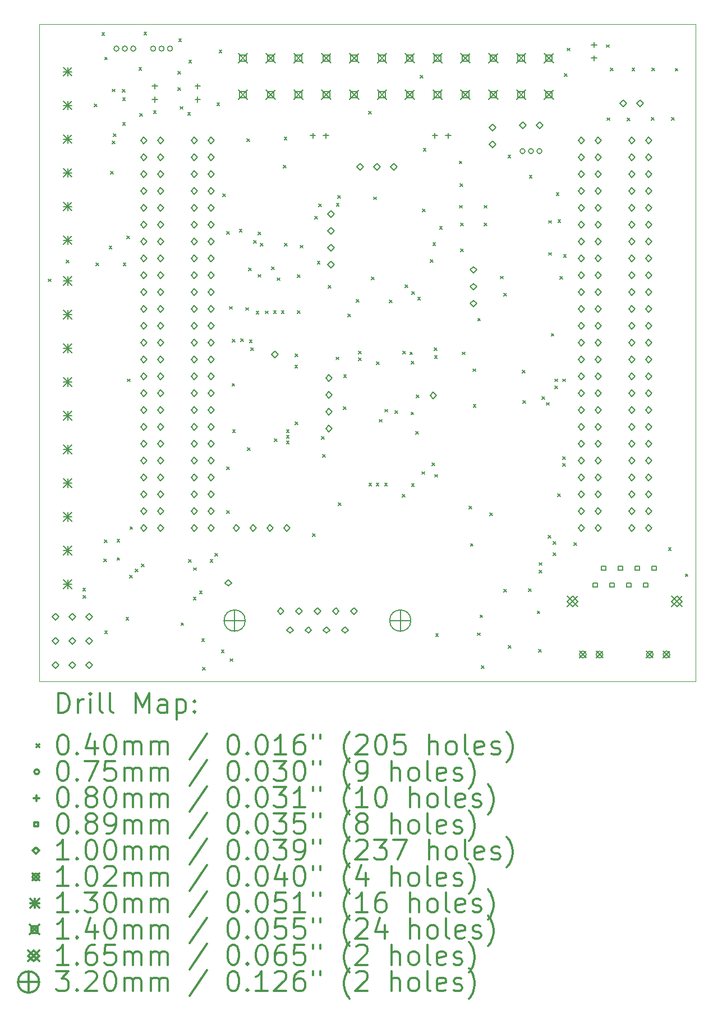
<source format=gbr>
%FSLAX45Y45*%
G04 Gerber Fmt 4.5, Leading zero omitted, Abs format (unit mm)*
G04 Created by KiCad (PCBNEW 5.1.5+dfsg1-2build2) date 2022-01-22 21:43:08*
%MOMM*%
%LPD*%
G04 APERTURE LIST*
%TA.AperFunction,Profile*%
%ADD10C,0.100000*%
%TD*%
%ADD11C,0.200000*%
%ADD12C,0.300000*%
G04 APERTURE END LIST*
D10*
X11176000Y-1270000D02*
X11176000Y-11176000D01*
X1270000Y-1270000D02*
X11176000Y-1270000D01*
X1270000Y-11176000D02*
X1270000Y-1270000D01*
X11176000Y-11176000D02*
X1270000Y-11176000D01*
D11*
X1402400Y-5108260D02*
X1442400Y-5148260D01*
X1442400Y-5108260D02*
X1402400Y-5148260D01*
X1671640Y-4821240D02*
X1711640Y-4861240D01*
X1711640Y-4821240D02*
X1671640Y-4861240D01*
X1923100Y-9766620D02*
X1963100Y-9806620D01*
X1963100Y-9766620D02*
X1923100Y-9806620D01*
X1928180Y-9878380D02*
X1968180Y-9918380D01*
X1968180Y-9878380D02*
X1928180Y-9918380D01*
X2095820Y-2471740D02*
X2135820Y-2511740D01*
X2135820Y-2471740D02*
X2095820Y-2511740D01*
X2121220Y-4866960D02*
X2161220Y-4906960D01*
X2161220Y-4866960D02*
X2121220Y-4906960D01*
X2211898Y-1397320D02*
X2251898Y-1437320D01*
X2251898Y-1397320D02*
X2211898Y-1437320D01*
X2240600Y-9327200D02*
X2280600Y-9367200D01*
X2280600Y-9327200D02*
X2240600Y-9367200D01*
X2248220Y-9037640D02*
X2288220Y-9077640D01*
X2288220Y-9037640D02*
X2248220Y-9077640D01*
X2253300Y-1763080D02*
X2293300Y-1803080D01*
X2293300Y-1763080D02*
X2253300Y-1803080D01*
X2253300Y-10409240D02*
X2293300Y-10449240D01*
X2293300Y-10409240D02*
X2253300Y-10449240D01*
X2320700Y-4611600D02*
X2360700Y-4651600D01*
X2360700Y-4611600D02*
X2320700Y-4651600D01*
X2342200Y-3487740D02*
X2382200Y-3527740D01*
X2382200Y-3487740D02*
X2342200Y-3527740D01*
X2367600Y-2245680D02*
X2407600Y-2285680D01*
X2407600Y-2245680D02*
X2367600Y-2285680D01*
X2370140Y-3028000D02*
X2410140Y-3068000D01*
X2410140Y-3028000D02*
X2370140Y-3068000D01*
X2385380Y-2916240D02*
X2425380Y-2956240D01*
X2425380Y-2916240D02*
X2385380Y-2956240D01*
X2441260Y-9035100D02*
X2481260Y-9075100D01*
X2481260Y-9035100D02*
X2441260Y-9075100D01*
X2441260Y-9306880D02*
X2481260Y-9346880D01*
X2481260Y-9306880D02*
X2441260Y-9346880D01*
X2520000Y-2248220D02*
X2560000Y-2288220D01*
X2560000Y-2248220D02*
X2520000Y-2288220D01*
X2525080Y-2380300D02*
X2565080Y-2420300D01*
X2565080Y-2380300D02*
X2525080Y-2420300D01*
X2525080Y-2748600D02*
X2565080Y-2788600D01*
X2565080Y-2748600D02*
X2525080Y-2788600D01*
X2532700Y-4869500D02*
X2572700Y-4909500D01*
X2572700Y-4869500D02*
X2532700Y-4909500D01*
X2575880Y-10208580D02*
X2615880Y-10248580D01*
X2615880Y-10208580D02*
X2575880Y-10248580D01*
X2586040Y-4463100D02*
X2626040Y-4503100D01*
X2626040Y-4463100D02*
X2586040Y-4503100D01*
X2596200Y-6614480D02*
X2636200Y-6654480D01*
X2636200Y-6614480D02*
X2596200Y-6654480D01*
X2631760Y-9576120D02*
X2671760Y-9616120D01*
X2671760Y-9576120D02*
X2631760Y-9616120D01*
X2634300Y-8842060D02*
X2674300Y-8882060D01*
X2674300Y-8842060D02*
X2634300Y-8882060D01*
X2713040Y-9482140D02*
X2753040Y-9522140D01*
X2753040Y-9482140D02*
X2713040Y-9522140D01*
X2771460Y-1923100D02*
X2811460Y-1963100D01*
X2811460Y-1923100D02*
X2771460Y-1963100D01*
X2781620Y-2611440D02*
X2821620Y-2651440D01*
X2821620Y-2611440D02*
X2781620Y-2651440D01*
X2806240Y-9406720D02*
X2846240Y-9446720D01*
X2846240Y-9406720D02*
X2806240Y-9446720D01*
X2846390Y-1389700D02*
X2886390Y-1429700D01*
X2886390Y-1389700D02*
X2846390Y-1429700D01*
X2989900Y-2573340D02*
X3029900Y-2613340D01*
X3029900Y-2573340D02*
X2989900Y-2613340D01*
X3358200Y-1976440D02*
X3398200Y-2016440D01*
X3398200Y-1976440D02*
X3358200Y-2016440D01*
X3360740Y-2227900D02*
X3400740Y-2267900D01*
X3400740Y-2227900D02*
X3360740Y-2267900D01*
X3370900Y-1486220D02*
X3410900Y-1526220D01*
X3410900Y-1486220D02*
X3370900Y-1526220D01*
X3389696Y-2508824D02*
X3429696Y-2548824D01*
X3429696Y-2508824D02*
X3389696Y-2548824D01*
X3406460Y-10289860D02*
X3446460Y-10329860D01*
X3446460Y-10289860D02*
X3406460Y-10329860D01*
X3508060Y-2598232D02*
X3548060Y-2638232D01*
X3548060Y-2598232D02*
X3508060Y-2638232D01*
X3520760Y-9334820D02*
X3560760Y-9374820D01*
X3560760Y-9334820D02*
X3520760Y-9374820D01*
X3523300Y-1808800D02*
X3563300Y-1848800D01*
X3563300Y-1808800D02*
X3523300Y-1848800D01*
X3591880Y-9903780D02*
X3631880Y-9943780D01*
X3631880Y-9903780D02*
X3591880Y-9943780D01*
X3596960Y-9459280D02*
X3636960Y-9499280D01*
X3636960Y-9459280D02*
X3596960Y-9499280D01*
X3685860Y-9809800D02*
X3725860Y-9849800D01*
X3725860Y-9809800D02*
X3685860Y-9849800D01*
X3718880Y-10533700D02*
X3758880Y-10573700D01*
X3758880Y-10533700D02*
X3718880Y-10573700D01*
X3734120Y-10960420D02*
X3774120Y-11000420D01*
X3774120Y-10960420D02*
X3734120Y-11000420D01*
X3845880Y-9334820D02*
X3885880Y-9374820D01*
X3885880Y-9334820D02*
X3845880Y-9374820D01*
X3919540Y-9245920D02*
X3959540Y-9285920D01*
X3959540Y-9245920D02*
X3919540Y-9285920D01*
X3947480Y-2451420D02*
X3987480Y-2491420D01*
X3987480Y-2451420D02*
X3947480Y-2491420D01*
X3980500Y-1658940D02*
X4020500Y-1698940D01*
X4020500Y-1658940D02*
X3980500Y-1698940D01*
X4016060Y-10698800D02*
X4056060Y-10738800D01*
X4056060Y-10698800D02*
X4016060Y-10738800D01*
X4038920Y-3828100D02*
X4078920Y-3868100D01*
X4078920Y-3828100D02*
X4038920Y-3868100D01*
X4093530Y-8602030D02*
X4133530Y-8642030D01*
X4133530Y-8602030D02*
X4093530Y-8642030D01*
X4094800Y-4389440D02*
X4134800Y-4429440D01*
X4134800Y-4389440D02*
X4094800Y-4429440D01*
X4094800Y-7942900D02*
X4134800Y-7982900D01*
X4134800Y-7942900D02*
X4094800Y-7982900D01*
X4135440Y-5522280D02*
X4175440Y-5562280D01*
X4175440Y-5522280D02*
X4135440Y-5562280D01*
X4145600Y-10830880D02*
X4185600Y-10870880D01*
X4185600Y-10830880D02*
X4145600Y-10870880D01*
X4176080Y-6683060D02*
X4216080Y-6723060D01*
X4216080Y-6683060D02*
X4176080Y-6723060D01*
X4177350Y-6018850D02*
X4217350Y-6058850D01*
X4217350Y-6018850D02*
X4177350Y-6058850D01*
X4183700Y-7384100D02*
X4223700Y-7424100D01*
X4223700Y-7384100D02*
X4183700Y-7424100D01*
X4285300Y-4361500D02*
X4325300Y-4401500D01*
X4325300Y-4361500D02*
X4285300Y-4401500D01*
X4304350Y-6012500D02*
X4344350Y-6052500D01*
X4344350Y-6012500D02*
X4304350Y-6052500D01*
X4384360Y-5540060D02*
X4424360Y-5580060D01*
X4424360Y-5540060D02*
X4384360Y-5580060D01*
X4399600Y-2992440D02*
X4439600Y-3032440D01*
X4439600Y-2992440D02*
X4399600Y-3032440D01*
X4407220Y-7650800D02*
X4447220Y-7690800D01*
X4447220Y-7650800D02*
X4407220Y-7690800D01*
X4427540Y-4943160D02*
X4467540Y-4983160D01*
X4467540Y-4943160D02*
X4427540Y-4983160D01*
X4437700Y-6025200D02*
X4477700Y-6065200D01*
X4477700Y-6025200D02*
X4437700Y-6065200D01*
X4456750Y-6145850D02*
X4496750Y-6185850D01*
X4496750Y-6145850D02*
X4456750Y-6185850D01*
X4501200Y-4526600D02*
X4541200Y-4566600D01*
X4541200Y-4526600D02*
X4501200Y-4566600D01*
X4539300Y-5595940D02*
X4579300Y-5635940D01*
X4579300Y-5595940D02*
X4539300Y-5635940D01*
X4569780Y-4402140D02*
X4609780Y-4442140D01*
X4609780Y-4402140D02*
X4569780Y-4442140D01*
X4572320Y-5039680D02*
X4612320Y-5079680D01*
X4612320Y-5039680D02*
X4572320Y-5079680D01*
X4602800Y-4571050D02*
X4642800Y-4611050D01*
X4642800Y-4571050D02*
X4602800Y-4611050D01*
X4681540Y-5590860D02*
X4721540Y-5630860D01*
X4721540Y-5590860D02*
X4681540Y-5630860D01*
X4774250Y-4926650D02*
X4814250Y-4966650D01*
X4814250Y-4926650D02*
X4774250Y-4966650D01*
X4803460Y-5583240D02*
X4843460Y-5623240D01*
X4843460Y-5583240D02*
X4803460Y-5623240D01*
X4803460Y-5583240D02*
X4843460Y-5623240D01*
X4843460Y-5583240D02*
X4803460Y-5623240D01*
X4816160Y-7513640D02*
X4856160Y-7553640D01*
X4856160Y-7513640D02*
X4816160Y-7553640D01*
X4856800Y-5091750D02*
X4896800Y-5131750D01*
X4896800Y-5091750D02*
X4856800Y-5131750D01*
X4920300Y-5587050D02*
X4960300Y-5627050D01*
X4960300Y-5587050D02*
X4920300Y-5627050D01*
X4953320Y-3391220D02*
X4993320Y-3431220D01*
X4993320Y-3391220D02*
X4953320Y-3431220D01*
X4963480Y-2967040D02*
X5003480Y-3007040D01*
X5003480Y-2967040D02*
X4963480Y-3007040D01*
X4964750Y-4571050D02*
X5004750Y-4611050D01*
X5004750Y-4571050D02*
X4964750Y-4611050D01*
X4996500Y-7384100D02*
X5036500Y-7424100D01*
X5036500Y-7384100D02*
X4996500Y-7424100D01*
X4996500Y-7467920D02*
X5036500Y-7507920D01*
X5036500Y-7467920D02*
X4996500Y-7507920D01*
X4996500Y-7551740D02*
X5036500Y-7591740D01*
X5036500Y-7551740D02*
X4996500Y-7591740D01*
X5123500Y-6408740D02*
X5163500Y-6448740D01*
X5163500Y-6408740D02*
X5123500Y-6448740D01*
X5126040Y-6241100D02*
X5166040Y-6281100D01*
X5166040Y-6241100D02*
X5126040Y-6281100D01*
X5129850Y-7263450D02*
X5169850Y-7303450D01*
X5169850Y-7263450D02*
X5129850Y-7303450D01*
X5161600Y-5587050D02*
X5201600Y-5627050D01*
X5201600Y-5587050D02*
X5161600Y-5627050D01*
X5164140Y-5042220D02*
X5204140Y-5082220D01*
X5204140Y-5042220D02*
X5164140Y-5082220D01*
X5202240Y-4600260D02*
X5242240Y-4640260D01*
X5242240Y-4600260D02*
X5202240Y-4640260D01*
X5390200Y-8946200D02*
X5430200Y-8986200D01*
X5430200Y-8946200D02*
X5390200Y-8986200D01*
X5423220Y-4163380D02*
X5463220Y-4203380D01*
X5463220Y-4163380D02*
X5423220Y-4203380D01*
X5463860Y-4841560D02*
X5503860Y-4881560D01*
X5503860Y-4841560D02*
X5463860Y-4881560D01*
X5481640Y-3975420D02*
X5521640Y-4015420D01*
X5521640Y-3975420D02*
X5481640Y-4015420D01*
X5524820Y-7485700D02*
X5564820Y-7525700D01*
X5564820Y-7485700D02*
X5524820Y-7525700D01*
X5542600Y-7754940D02*
X5582600Y-7794940D01*
X5582600Y-7754940D02*
X5542600Y-7794940D01*
X5626420Y-5207320D02*
X5666420Y-5247320D01*
X5666420Y-5207320D02*
X5626420Y-5247320D01*
X5745800Y-6284280D02*
X5785800Y-6324280D01*
X5785800Y-6284280D02*
X5745800Y-6324280D01*
X5750880Y-3970340D02*
X5790880Y-4010340D01*
X5790880Y-3970340D02*
X5750880Y-4010340D01*
X5773740Y-3848420D02*
X5813740Y-3888420D01*
X5813740Y-3848420D02*
X5773740Y-3888420D01*
X5777550Y-8482650D02*
X5817550Y-8522650D01*
X5817550Y-8482650D02*
X5777550Y-8522650D01*
X5853750Y-7034850D02*
X5893750Y-7074850D01*
X5893750Y-7034850D02*
X5853750Y-7074850D01*
X5860100Y-6552250D02*
X5900100Y-6592250D01*
X5900100Y-6552250D02*
X5860100Y-6592250D01*
X5923600Y-5637850D02*
X5963600Y-5677850D01*
X5963600Y-5637850D02*
X5923600Y-5677850D01*
X6053140Y-5418140D02*
X6093140Y-5458140D01*
X6093140Y-5418140D02*
X6053140Y-5458140D01*
X6086160Y-6197920D02*
X6126160Y-6237920D01*
X6126160Y-6197920D02*
X6086160Y-6237920D01*
X6086160Y-6299520D02*
X6126160Y-6339520D01*
X6126160Y-6299520D02*
X6086160Y-6339520D01*
X6234750Y-2583500D02*
X6274750Y-2623500D01*
X6274750Y-2583500D02*
X6234750Y-2623500D01*
X6241100Y-8188402D02*
X6281100Y-8228402D01*
X6281100Y-8188402D02*
X6241100Y-8228402D01*
X6279200Y-5077780D02*
X6319200Y-5117780D01*
X6319200Y-5077780D02*
X6279200Y-5117780D01*
X6312220Y-3871280D02*
X6352220Y-3911280D01*
X6352220Y-3871280D02*
X6312220Y-3911280D01*
X6351198Y-8188402D02*
X6391198Y-8228402D01*
X6391198Y-8188402D02*
X6351198Y-8228402D01*
X6355400Y-6355400D02*
X6395400Y-6395400D01*
X6395400Y-6355400D02*
X6355400Y-6395400D01*
X6398580Y-7224080D02*
X6438580Y-7264080D01*
X6438580Y-7224080D02*
X6398580Y-7264080D01*
X6478198Y-8188402D02*
X6518198Y-8228402D01*
X6518198Y-8188402D02*
X6478198Y-8228402D01*
X6482400Y-7071680D02*
X6522400Y-7111680D01*
X6522400Y-7071680D02*
X6482400Y-7111680D01*
X6550980Y-5423220D02*
X6590980Y-5463220D01*
X6590980Y-5423220D02*
X6550980Y-5463220D01*
X6637340Y-7092000D02*
X6677340Y-7132000D01*
X6677340Y-7092000D02*
X6637340Y-7132000D01*
X6746560Y-8351840D02*
X6786560Y-8391840D01*
X6786560Y-8351840D02*
X6746560Y-8391840D01*
X6754180Y-6197920D02*
X6794180Y-6237920D01*
X6794180Y-6197920D02*
X6754180Y-6237920D01*
X6787835Y-5193985D02*
X6827835Y-5233985D01*
X6827835Y-5193985D02*
X6787835Y-5233985D01*
X6860860Y-6208080D02*
X6900860Y-6248080D01*
X6900860Y-6208080D02*
X6860860Y-6248080D01*
X6876100Y-7114860D02*
X6916100Y-7154860D01*
X6916100Y-7114860D02*
X6876100Y-7154860D01*
X6881180Y-6350320D02*
X6921180Y-6390320D01*
X6921180Y-6350320D02*
X6881180Y-6390320D01*
X6886260Y-8196900D02*
X6926260Y-8236900D01*
X6926260Y-8196900D02*
X6886260Y-8236900D01*
X6889435Y-5295585D02*
X6929435Y-5335585D01*
X6929435Y-5295585D02*
X6889435Y-5335585D01*
X6947375Y-7404575D02*
X6987375Y-7444575D01*
X6987375Y-7404575D02*
X6947375Y-7444575D01*
X6954840Y-6853240D02*
X6994840Y-6893240D01*
X6994840Y-6853240D02*
X6954840Y-6893240D01*
X6978335Y-5384485D02*
X7018335Y-5424485D01*
X7018335Y-5384485D02*
X6978335Y-5424485D01*
X7015800Y-2037400D02*
X7055800Y-2077400D01*
X7055800Y-2037400D02*
X7015800Y-2077400D01*
X7039876Y-8012696D02*
X7079876Y-8052696D01*
X7079876Y-8012696D02*
X7039876Y-8052696D01*
X7047550Y-4056700D02*
X7087550Y-4096700D01*
X7087550Y-4056700D02*
X7047550Y-4096700D01*
X7064060Y-3137220D02*
X7104060Y-3177220D01*
X7104060Y-3137220D02*
X7064060Y-3177220D01*
X7168200Y-4818700D02*
X7208200Y-4858700D01*
X7208200Y-4818700D02*
X7168200Y-4858700D01*
X7196140Y-7881940D02*
X7236140Y-7921940D01*
X7236140Y-7881940D02*
X7196140Y-7921940D01*
X7206300Y-4564700D02*
X7246300Y-4604700D01*
X7246300Y-4564700D02*
X7206300Y-4604700D01*
X7225350Y-6145850D02*
X7265350Y-6185850D01*
X7265350Y-6145850D02*
X7225350Y-6185850D01*
X7231700Y-6266500D02*
X7271700Y-6306500D01*
X7271700Y-6266500D02*
X7231700Y-6306500D01*
X7234240Y-8054660D02*
X7274240Y-8094660D01*
X7274240Y-8054660D02*
X7234240Y-8094660D01*
X7249480Y-10457500D02*
X7289480Y-10497500D01*
X7289480Y-10457500D02*
X7249480Y-10497500D01*
X7307900Y-4317050D02*
X7347900Y-4357050D01*
X7347900Y-4317050D02*
X7307900Y-4357050D01*
X7605080Y-3330260D02*
X7645080Y-3370260D01*
X7645080Y-3330260D02*
X7605080Y-3370260D01*
X7610160Y-3998280D02*
X7650160Y-4038280D01*
X7650160Y-3998280D02*
X7610160Y-4038280D01*
X7615240Y-3673160D02*
X7655240Y-3713160D01*
X7655240Y-3673160D02*
X7615240Y-3713160D01*
X7625400Y-4267520D02*
X7665400Y-4307520D01*
X7665400Y-4267520D02*
X7625400Y-4307520D01*
X7625400Y-4653600D02*
X7665400Y-4693600D01*
X7665400Y-4653600D02*
X7625400Y-4693600D01*
X7650800Y-6209350D02*
X7690800Y-6249350D01*
X7690800Y-6209350D02*
X7650800Y-6249350D01*
X7754940Y-8532180D02*
X7794940Y-8572180D01*
X7794940Y-8532180D02*
X7754940Y-8572180D01*
X7775260Y-9096060D02*
X7815260Y-9136060D01*
X7815260Y-9096060D02*
X7775260Y-9136060D01*
X7810820Y-6462080D02*
X7850820Y-6502080D01*
X7850820Y-6462080D02*
X7810820Y-6502080D01*
X7815900Y-7003100D02*
X7855900Y-7043100D01*
X7855900Y-7003100D02*
X7815900Y-7043100D01*
X7882575Y-10441625D02*
X7922575Y-10481625D01*
X7922575Y-10441625D02*
X7882575Y-10481625D01*
X7884480Y-5700080D02*
X7924480Y-5740080D01*
X7924480Y-5700080D02*
X7884480Y-5740080D01*
X7917500Y-10171750D02*
X7957500Y-10211750D01*
X7957500Y-10171750D02*
X7917500Y-10211750D01*
X7940360Y-10937560D02*
X7980360Y-10977560D01*
X7980360Y-10937560D02*
X7940360Y-10977560D01*
X7981000Y-3998280D02*
X8021000Y-4038280D01*
X8021000Y-3998280D02*
X7981000Y-4038280D01*
X7981000Y-4262440D02*
X8021000Y-4302440D01*
X8021000Y-4262440D02*
X7981000Y-4302440D01*
X8068630Y-8635050D02*
X8108630Y-8675050D01*
X8108630Y-8635050D02*
X8068630Y-8675050D01*
X8227380Y-5065080D02*
X8267380Y-5105080D01*
X8267380Y-5065080D02*
X8227380Y-5105080D01*
X8278180Y-9786940D02*
X8318180Y-9826940D01*
X8318180Y-9786940D02*
X8278180Y-9826940D01*
X8280720Y-5326700D02*
X8320720Y-5366700D01*
X8320720Y-5326700D02*
X8280720Y-5366700D01*
X8341680Y-3238820D02*
X8381680Y-3278820D01*
X8381680Y-3238820D02*
X8341680Y-3278820D01*
X8344220Y-10632760D02*
X8384220Y-10672760D01*
X8384220Y-10632760D02*
X8344220Y-10672760D01*
X8555040Y-6482400D02*
X8595040Y-6522400D01*
X8595040Y-6482400D02*
X8555040Y-6522400D01*
X8565200Y-6939600D02*
X8605200Y-6979600D01*
X8605200Y-6939600D02*
X8565200Y-6979600D01*
X8651560Y-9779320D02*
X8691560Y-9819320D01*
X8691560Y-9779320D02*
X8651560Y-9819320D01*
X8664260Y-3546160D02*
X8704260Y-3586160D01*
X8704260Y-3546160D02*
X8664260Y-3586160D01*
X8781100Y-10112060D02*
X8821100Y-10152060D01*
X8821100Y-10112060D02*
X8781100Y-10152060D01*
X8801420Y-10691180D02*
X8841420Y-10731180D01*
X8841420Y-10691180D02*
X8801420Y-10731180D01*
X8812850Y-9384350D02*
X8852850Y-9424350D01*
X8852850Y-9384350D02*
X8812850Y-9424350D01*
X8812850Y-9498650D02*
X8852850Y-9538650D01*
X8852850Y-9498650D02*
X8812850Y-9538650D01*
X8854760Y-6878640D02*
X8894760Y-6918640D01*
X8894760Y-6878640D02*
X8854760Y-6918640D01*
X8920800Y-6970080D02*
X8960800Y-7010080D01*
X8960800Y-6970080D02*
X8920800Y-7010080D01*
X8946200Y-8971600D02*
X8986200Y-9011600D01*
X8986200Y-8971600D02*
X8946200Y-9011600D01*
X8956360Y-4226880D02*
X8996360Y-4266880D01*
X8996360Y-4226880D02*
X8956360Y-4266880D01*
X8956360Y-4709480D02*
X8996360Y-4749480D01*
X8996360Y-4709480D02*
X8956360Y-4749480D01*
X8994460Y-5928680D02*
X9034460Y-5968680D01*
X9034460Y-5928680D02*
X8994460Y-5968680D01*
X9022400Y-9066850D02*
X9062400Y-9106850D01*
X9062400Y-9066850D02*
X9022400Y-9106850D01*
X9022400Y-9238300D02*
X9062400Y-9278300D01*
X9062400Y-9238300D02*
X9022400Y-9278300D01*
X9047800Y-6615750D02*
X9087800Y-6655750D01*
X9087800Y-6615750D02*
X9047800Y-6655750D01*
X9048125Y-6723375D02*
X9088125Y-6763375D01*
X9088125Y-6723375D02*
X9048125Y-6763375D01*
X9070660Y-3810320D02*
X9110660Y-3850320D01*
X9110660Y-3810320D02*
X9070660Y-3850320D01*
X9087775Y-8344825D02*
X9127775Y-8384825D01*
X9127775Y-8344825D02*
X9087775Y-8384825D01*
X9096060Y-4211640D02*
X9136060Y-4251640D01*
X9136060Y-4211640D02*
X9096060Y-4251640D01*
X9124000Y-5070160D02*
X9164000Y-5110160D01*
X9164000Y-5070160D02*
X9124000Y-5110160D01*
X9168450Y-6615750D02*
X9208450Y-6655750D01*
X9208450Y-6615750D02*
X9168450Y-6655750D01*
X9168450Y-7789230D02*
X9208450Y-7829230D01*
X9208450Y-7789230D02*
X9168450Y-7829230D01*
X9168450Y-7888290D02*
X9208450Y-7928290D01*
X9208450Y-7888290D02*
X9168450Y-7928290D01*
X9179880Y-4742500D02*
X9219880Y-4782500D01*
X9219880Y-4742500D02*
X9179880Y-4782500D01*
X9195120Y-2014540D02*
X9235120Y-2054540D01*
X9235120Y-2014540D02*
X9195120Y-2054540D01*
X9233220Y-1628460D02*
X9273220Y-1668460D01*
X9273220Y-1628460D02*
X9233220Y-1668460D01*
X9334820Y-9080820D02*
X9374820Y-9120820D01*
X9374820Y-9080820D02*
X9334820Y-9120820D01*
X9825040Y-1577660D02*
X9865040Y-1617660D01*
X9865040Y-1577660D02*
X9825040Y-1617660D01*
X9835200Y-2677480D02*
X9875200Y-2717480D01*
X9875200Y-2677480D02*
X9835200Y-2717480D01*
X9888540Y-1930720D02*
X9928540Y-1970720D01*
X9928540Y-1930720D02*
X9888540Y-1970720D01*
X10142540Y-2680020D02*
X10182540Y-2720020D01*
X10182540Y-2680020D02*
X10142540Y-2720020D01*
X10213660Y-1925640D02*
X10253660Y-1965640D01*
X10253660Y-1925640D02*
X10213660Y-1965640D01*
X10505760Y-2672400D02*
X10545760Y-2712400D01*
X10545760Y-2672400D02*
X10505760Y-2712400D01*
X10513380Y-1930720D02*
X10553380Y-1970720D01*
X10553380Y-1930720D02*
X10513380Y-1970720D01*
X10762300Y-9162100D02*
X10802300Y-9202100D01*
X10802300Y-9162100D02*
X10762300Y-9202100D01*
X10808020Y-2672400D02*
X10848020Y-2712400D01*
X10848020Y-2672400D02*
X10808020Y-2712400D01*
X10863900Y-1933260D02*
X10903900Y-1973260D01*
X10903900Y-1933260D02*
X10863900Y-1973260D01*
X11016300Y-9553260D02*
X11056300Y-9593260D01*
X11056300Y-9553260D02*
X11016300Y-9593260D01*
X8597300Y-3181350D02*
G75*
G03X8597300Y-3181350I-37500J0D01*
G01*
X8724300Y-3181350D02*
G75*
G03X8724300Y-3181350I-37500J0D01*
G01*
X8851300Y-3181350D02*
G75*
G03X8851300Y-3181350I-37500J0D01*
G01*
X2468280Y-1635760D02*
G75*
G03X2468280Y-1635760I-37500J0D01*
G01*
X2595280Y-1635760D02*
G75*
G03X2595280Y-1635760I-37500J0D01*
G01*
X2722280Y-1635760D02*
G75*
G03X2722280Y-1635760I-37500J0D01*
G01*
X3022000Y-1635760D02*
G75*
G03X3022000Y-1635760I-37500J0D01*
G01*
X3149000Y-1635760D02*
G75*
G03X3149000Y-1635760I-37500J0D01*
G01*
X3276000Y-1635760D02*
G75*
G03X3276000Y-1635760I-37500J0D01*
G01*
X3657600Y-2160300D02*
X3657600Y-2240300D01*
X3617600Y-2200300D02*
X3697600Y-2200300D01*
X3657600Y-2360300D02*
X3657600Y-2440300D01*
X3617600Y-2400300D02*
X3697600Y-2400300D01*
X5394350Y-2906400D02*
X5394350Y-2986400D01*
X5354350Y-2946400D02*
X5434350Y-2946400D01*
X5594350Y-2906400D02*
X5594350Y-2986400D01*
X5554350Y-2946400D02*
X5634350Y-2946400D01*
X7239000Y-2906400D02*
X7239000Y-2986400D01*
X7199000Y-2946400D02*
X7279000Y-2946400D01*
X7439000Y-2906400D02*
X7439000Y-2986400D01*
X7399000Y-2946400D02*
X7479000Y-2946400D01*
X9639300Y-1538000D02*
X9639300Y-1618000D01*
X9599300Y-1578000D02*
X9679300Y-1578000D01*
X9639300Y-1738000D02*
X9639300Y-1818000D01*
X9599300Y-1778000D02*
X9679300Y-1778000D01*
X3009900Y-2160300D02*
X3009900Y-2240300D01*
X2969900Y-2200300D02*
X3049900Y-2200300D01*
X3009900Y-2360300D02*
X3009900Y-2440300D01*
X2969900Y-2400300D02*
X3049900Y-2400300D01*
X9689781Y-9753281D02*
X9689781Y-9690419D01*
X9626919Y-9690419D01*
X9626919Y-9753281D01*
X9689781Y-9753281D01*
X9816781Y-9499281D02*
X9816781Y-9436419D01*
X9753919Y-9436419D01*
X9753919Y-9499281D01*
X9816781Y-9499281D01*
X9943781Y-9753281D02*
X9943781Y-9690419D01*
X9880919Y-9690419D01*
X9880919Y-9753281D01*
X9943781Y-9753281D01*
X10070781Y-9499281D02*
X10070781Y-9436419D01*
X10007919Y-9436419D01*
X10007919Y-9499281D01*
X10070781Y-9499281D01*
X10197781Y-9753281D02*
X10197781Y-9690419D01*
X10134919Y-9690419D01*
X10134919Y-9753281D01*
X10197781Y-9753281D01*
X10324781Y-9499281D02*
X10324781Y-9436419D01*
X10261919Y-9436419D01*
X10261919Y-9499281D01*
X10324781Y-9499281D01*
X10451781Y-9753281D02*
X10451781Y-9690419D01*
X10388919Y-9690419D01*
X10388919Y-9753281D01*
X10451781Y-9753281D01*
X10578781Y-9499281D02*
X10578781Y-9436419D01*
X10515919Y-9436419D01*
X10515919Y-9499281D01*
X10578781Y-9499281D01*
X3606800Y-3072600D02*
X3656800Y-3022600D01*
X3606800Y-2972600D01*
X3556800Y-3022600D01*
X3606800Y-3072600D01*
X3606800Y-3326600D02*
X3656800Y-3276600D01*
X3606800Y-3226600D01*
X3556800Y-3276600D01*
X3606800Y-3326600D01*
X3606800Y-3580600D02*
X3656800Y-3530600D01*
X3606800Y-3480600D01*
X3556800Y-3530600D01*
X3606800Y-3580600D01*
X3606800Y-3834600D02*
X3656800Y-3784600D01*
X3606800Y-3734600D01*
X3556800Y-3784600D01*
X3606800Y-3834600D01*
X3606800Y-4088600D02*
X3656800Y-4038600D01*
X3606800Y-3988600D01*
X3556800Y-4038600D01*
X3606800Y-4088600D01*
X3606800Y-4342600D02*
X3656800Y-4292600D01*
X3606800Y-4242600D01*
X3556800Y-4292600D01*
X3606800Y-4342600D01*
X3606800Y-4596600D02*
X3656800Y-4546600D01*
X3606800Y-4496600D01*
X3556800Y-4546600D01*
X3606800Y-4596600D01*
X3606800Y-4850600D02*
X3656800Y-4800600D01*
X3606800Y-4750600D01*
X3556800Y-4800600D01*
X3606800Y-4850600D01*
X3606800Y-5104600D02*
X3656800Y-5054600D01*
X3606800Y-5004600D01*
X3556800Y-5054600D01*
X3606800Y-5104600D01*
X3606800Y-5358600D02*
X3656800Y-5308600D01*
X3606800Y-5258600D01*
X3556800Y-5308600D01*
X3606800Y-5358600D01*
X3606800Y-5612600D02*
X3656800Y-5562600D01*
X3606800Y-5512600D01*
X3556800Y-5562600D01*
X3606800Y-5612600D01*
X3606800Y-5866600D02*
X3656800Y-5816600D01*
X3606800Y-5766600D01*
X3556800Y-5816600D01*
X3606800Y-5866600D01*
X3606800Y-6120600D02*
X3656800Y-6070600D01*
X3606800Y-6020600D01*
X3556800Y-6070600D01*
X3606800Y-6120600D01*
X3606800Y-6374600D02*
X3656800Y-6324600D01*
X3606800Y-6274600D01*
X3556800Y-6324600D01*
X3606800Y-6374600D01*
X3606800Y-6628600D02*
X3656800Y-6578600D01*
X3606800Y-6528600D01*
X3556800Y-6578600D01*
X3606800Y-6628600D01*
X3606800Y-6882600D02*
X3656800Y-6832600D01*
X3606800Y-6782600D01*
X3556800Y-6832600D01*
X3606800Y-6882600D01*
X3606800Y-7136600D02*
X3656800Y-7086600D01*
X3606800Y-7036600D01*
X3556800Y-7086600D01*
X3606800Y-7136600D01*
X3606800Y-7390600D02*
X3656800Y-7340600D01*
X3606800Y-7290600D01*
X3556800Y-7340600D01*
X3606800Y-7390600D01*
X3606800Y-7644600D02*
X3656800Y-7594600D01*
X3606800Y-7544600D01*
X3556800Y-7594600D01*
X3606800Y-7644600D01*
X3606800Y-7898600D02*
X3656800Y-7848600D01*
X3606800Y-7798600D01*
X3556800Y-7848600D01*
X3606800Y-7898600D01*
X3606800Y-8152600D02*
X3656800Y-8102600D01*
X3606800Y-8052600D01*
X3556800Y-8102600D01*
X3606800Y-8152600D01*
X3606800Y-8406600D02*
X3656800Y-8356600D01*
X3606800Y-8306600D01*
X3556800Y-8356600D01*
X3606800Y-8406600D01*
X3606800Y-8660600D02*
X3656800Y-8610600D01*
X3606800Y-8560600D01*
X3556800Y-8610600D01*
X3606800Y-8660600D01*
X3606800Y-8914600D02*
X3656800Y-8864600D01*
X3606800Y-8814600D01*
X3556800Y-8864600D01*
X3606800Y-8914600D01*
X3860800Y-3072600D02*
X3910800Y-3022600D01*
X3860800Y-2972600D01*
X3810800Y-3022600D01*
X3860800Y-3072600D01*
X3860800Y-3326600D02*
X3910800Y-3276600D01*
X3860800Y-3226600D01*
X3810800Y-3276600D01*
X3860800Y-3326600D01*
X3860800Y-3580600D02*
X3910800Y-3530600D01*
X3860800Y-3480600D01*
X3810800Y-3530600D01*
X3860800Y-3580600D01*
X3860800Y-3834600D02*
X3910800Y-3784600D01*
X3860800Y-3734600D01*
X3810800Y-3784600D01*
X3860800Y-3834600D01*
X3860800Y-4088600D02*
X3910800Y-4038600D01*
X3860800Y-3988600D01*
X3810800Y-4038600D01*
X3860800Y-4088600D01*
X3860800Y-4342600D02*
X3910800Y-4292600D01*
X3860800Y-4242600D01*
X3810800Y-4292600D01*
X3860800Y-4342600D01*
X3860800Y-4596600D02*
X3910800Y-4546600D01*
X3860800Y-4496600D01*
X3810800Y-4546600D01*
X3860800Y-4596600D01*
X3860800Y-4850600D02*
X3910800Y-4800600D01*
X3860800Y-4750600D01*
X3810800Y-4800600D01*
X3860800Y-4850600D01*
X3860800Y-5104600D02*
X3910800Y-5054600D01*
X3860800Y-5004600D01*
X3810800Y-5054600D01*
X3860800Y-5104600D01*
X3860800Y-5358600D02*
X3910800Y-5308600D01*
X3860800Y-5258600D01*
X3810800Y-5308600D01*
X3860800Y-5358600D01*
X3860800Y-5612600D02*
X3910800Y-5562600D01*
X3860800Y-5512600D01*
X3810800Y-5562600D01*
X3860800Y-5612600D01*
X3860800Y-5866600D02*
X3910800Y-5816600D01*
X3860800Y-5766600D01*
X3810800Y-5816600D01*
X3860800Y-5866600D01*
X3860800Y-6120600D02*
X3910800Y-6070600D01*
X3860800Y-6020600D01*
X3810800Y-6070600D01*
X3860800Y-6120600D01*
X3860800Y-6374600D02*
X3910800Y-6324600D01*
X3860800Y-6274600D01*
X3810800Y-6324600D01*
X3860800Y-6374600D01*
X3860800Y-6628600D02*
X3910800Y-6578600D01*
X3860800Y-6528600D01*
X3810800Y-6578600D01*
X3860800Y-6628600D01*
X3860800Y-6882600D02*
X3910800Y-6832600D01*
X3860800Y-6782600D01*
X3810800Y-6832600D01*
X3860800Y-6882600D01*
X3860800Y-7136600D02*
X3910800Y-7086600D01*
X3860800Y-7036600D01*
X3810800Y-7086600D01*
X3860800Y-7136600D01*
X3860800Y-7390600D02*
X3910800Y-7340600D01*
X3860800Y-7290600D01*
X3810800Y-7340600D01*
X3860800Y-7390600D01*
X3860800Y-7644600D02*
X3910800Y-7594600D01*
X3860800Y-7544600D01*
X3810800Y-7594600D01*
X3860800Y-7644600D01*
X3860800Y-7898600D02*
X3910800Y-7848600D01*
X3860800Y-7798600D01*
X3810800Y-7848600D01*
X3860800Y-7898600D01*
X3860800Y-8152600D02*
X3910800Y-8102600D01*
X3860800Y-8052600D01*
X3810800Y-8102600D01*
X3860800Y-8152600D01*
X3860800Y-8406600D02*
X3910800Y-8356600D01*
X3860800Y-8306600D01*
X3810800Y-8356600D01*
X3860800Y-8406600D01*
X3860800Y-8660600D02*
X3910800Y-8610600D01*
X3860800Y-8560600D01*
X3810800Y-8610600D01*
X3860800Y-8660600D01*
X3860800Y-8914600D02*
X3910800Y-8864600D01*
X3860800Y-8814600D01*
X3810800Y-8864600D01*
X3860800Y-8914600D01*
X10077450Y-2507450D02*
X10127450Y-2457450D01*
X10077450Y-2407450D01*
X10027450Y-2457450D01*
X10077450Y-2507450D01*
X10331450Y-2507450D02*
X10381450Y-2457450D01*
X10331450Y-2407450D01*
X10281450Y-2457450D01*
X10331450Y-2507450D01*
X7820660Y-5020780D02*
X7870660Y-4970780D01*
X7820660Y-4920780D01*
X7770660Y-4970780D01*
X7820660Y-5020780D01*
X7820660Y-5274780D02*
X7870660Y-5224780D01*
X7820660Y-5174780D01*
X7770660Y-5224780D01*
X7820660Y-5274780D01*
X7820660Y-5528780D02*
X7870660Y-5478780D01*
X7820660Y-5428780D01*
X7770660Y-5478780D01*
X7820660Y-5528780D01*
X1513840Y-10611320D02*
X1563840Y-10561320D01*
X1513840Y-10511320D01*
X1463840Y-10561320D01*
X1513840Y-10611320D01*
X1767840Y-10611320D02*
X1817840Y-10561320D01*
X1767840Y-10511320D01*
X1717840Y-10561320D01*
X1767840Y-10611320D01*
X2021840Y-10611320D02*
X2071840Y-10561320D01*
X2021840Y-10511320D01*
X1971840Y-10561320D01*
X2021840Y-10611320D01*
X6108700Y-3466300D02*
X6158700Y-3416300D01*
X6108700Y-3366300D01*
X6058700Y-3416300D01*
X6108700Y-3466300D01*
X6362700Y-3466300D02*
X6412700Y-3416300D01*
X6362700Y-3366300D01*
X6312700Y-3416300D01*
X6362700Y-3466300D01*
X6616700Y-3466300D02*
X6666700Y-3416300D01*
X6616700Y-3366300D01*
X6566700Y-3416300D01*
X6616700Y-3466300D01*
X1513840Y-10977080D02*
X1563840Y-10927080D01*
X1513840Y-10877080D01*
X1463840Y-10927080D01*
X1513840Y-10977080D01*
X1767840Y-10977080D02*
X1817840Y-10927080D01*
X1767840Y-10877080D01*
X1717840Y-10927080D01*
X1767840Y-10977080D01*
X2021840Y-10977080D02*
X2071840Y-10927080D01*
X2021840Y-10877080D01*
X1971840Y-10927080D01*
X2021840Y-10977080D01*
X1513840Y-10250640D02*
X1563840Y-10200640D01*
X1513840Y-10150640D01*
X1463840Y-10200640D01*
X1513840Y-10250640D01*
X1767840Y-10250640D02*
X1817840Y-10200640D01*
X1767840Y-10150640D01*
X1717840Y-10200640D01*
X1767840Y-10250640D01*
X2021840Y-10250640D02*
X2071840Y-10200640D01*
X2021840Y-10150640D01*
X1971840Y-10200640D01*
X2021840Y-10250640D01*
X4241800Y-8908250D02*
X4291800Y-8858250D01*
X4241800Y-8808250D01*
X4191800Y-8858250D01*
X4241800Y-8908250D01*
X4495800Y-8908250D02*
X4545800Y-8858250D01*
X4495800Y-8808250D01*
X4445800Y-8858250D01*
X4495800Y-8908250D01*
X4749800Y-8908250D02*
X4799800Y-8858250D01*
X4749800Y-8808250D01*
X4699800Y-8858250D01*
X4749800Y-8908250D01*
X5003800Y-8908250D02*
X5053800Y-8858250D01*
X5003800Y-8808250D01*
X4953800Y-8858250D01*
X5003800Y-8908250D01*
X4819650Y-6292050D02*
X4869650Y-6242050D01*
X4819650Y-6192050D01*
X4769650Y-6242050D01*
X4819650Y-6292050D01*
X5670550Y-4177500D02*
X5720550Y-4127500D01*
X5670550Y-4077500D01*
X5620550Y-4127500D01*
X5670550Y-4177500D01*
X5670550Y-4431500D02*
X5720550Y-4381500D01*
X5670550Y-4331500D01*
X5620550Y-4381500D01*
X5670550Y-4431500D01*
X5670550Y-4685500D02*
X5720550Y-4635500D01*
X5670550Y-4585500D01*
X5620550Y-4635500D01*
X5670550Y-4685500D01*
X5670550Y-4939500D02*
X5720550Y-4889500D01*
X5670550Y-4839500D01*
X5620550Y-4889500D01*
X5670550Y-4939500D01*
X10210800Y-3072600D02*
X10260800Y-3022600D01*
X10210800Y-2972600D01*
X10160800Y-3022600D01*
X10210800Y-3072600D01*
X10210800Y-3326600D02*
X10260800Y-3276600D01*
X10210800Y-3226600D01*
X10160800Y-3276600D01*
X10210800Y-3326600D01*
X10210800Y-3580600D02*
X10260800Y-3530600D01*
X10210800Y-3480600D01*
X10160800Y-3530600D01*
X10210800Y-3580600D01*
X10210800Y-3834600D02*
X10260800Y-3784600D01*
X10210800Y-3734600D01*
X10160800Y-3784600D01*
X10210800Y-3834600D01*
X10210800Y-4088600D02*
X10260800Y-4038600D01*
X10210800Y-3988600D01*
X10160800Y-4038600D01*
X10210800Y-4088600D01*
X10210800Y-4342600D02*
X10260800Y-4292600D01*
X10210800Y-4242600D01*
X10160800Y-4292600D01*
X10210800Y-4342600D01*
X10210800Y-4596600D02*
X10260800Y-4546600D01*
X10210800Y-4496600D01*
X10160800Y-4546600D01*
X10210800Y-4596600D01*
X10210800Y-4850600D02*
X10260800Y-4800600D01*
X10210800Y-4750600D01*
X10160800Y-4800600D01*
X10210800Y-4850600D01*
X10210800Y-5104600D02*
X10260800Y-5054600D01*
X10210800Y-5004600D01*
X10160800Y-5054600D01*
X10210800Y-5104600D01*
X10210800Y-5358600D02*
X10260800Y-5308600D01*
X10210800Y-5258600D01*
X10160800Y-5308600D01*
X10210800Y-5358600D01*
X10210800Y-5612600D02*
X10260800Y-5562600D01*
X10210800Y-5512600D01*
X10160800Y-5562600D01*
X10210800Y-5612600D01*
X10210800Y-5866600D02*
X10260800Y-5816600D01*
X10210800Y-5766600D01*
X10160800Y-5816600D01*
X10210800Y-5866600D01*
X10210800Y-6120600D02*
X10260800Y-6070600D01*
X10210800Y-6020600D01*
X10160800Y-6070600D01*
X10210800Y-6120600D01*
X10210800Y-6374600D02*
X10260800Y-6324600D01*
X10210800Y-6274600D01*
X10160800Y-6324600D01*
X10210800Y-6374600D01*
X10210800Y-6628600D02*
X10260800Y-6578600D01*
X10210800Y-6528600D01*
X10160800Y-6578600D01*
X10210800Y-6628600D01*
X10210800Y-6882600D02*
X10260800Y-6832600D01*
X10210800Y-6782600D01*
X10160800Y-6832600D01*
X10210800Y-6882600D01*
X10210800Y-7136600D02*
X10260800Y-7086600D01*
X10210800Y-7036600D01*
X10160800Y-7086600D01*
X10210800Y-7136600D01*
X10210800Y-7390600D02*
X10260800Y-7340600D01*
X10210800Y-7290600D01*
X10160800Y-7340600D01*
X10210800Y-7390600D01*
X10210800Y-7644600D02*
X10260800Y-7594600D01*
X10210800Y-7544600D01*
X10160800Y-7594600D01*
X10210800Y-7644600D01*
X10210800Y-7898600D02*
X10260800Y-7848600D01*
X10210800Y-7798600D01*
X10160800Y-7848600D01*
X10210800Y-7898600D01*
X10210800Y-8152600D02*
X10260800Y-8102600D01*
X10210800Y-8052600D01*
X10160800Y-8102600D01*
X10210800Y-8152600D01*
X10210800Y-8406600D02*
X10260800Y-8356600D01*
X10210800Y-8306600D01*
X10160800Y-8356600D01*
X10210800Y-8406600D01*
X10210800Y-8660600D02*
X10260800Y-8610600D01*
X10210800Y-8560600D01*
X10160800Y-8610600D01*
X10210800Y-8660600D01*
X10210800Y-8914600D02*
X10260800Y-8864600D01*
X10210800Y-8814600D01*
X10160800Y-8864600D01*
X10210800Y-8914600D01*
X10464800Y-3072600D02*
X10514800Y-3022600D01*
X10464800Y-2972600D01*
X10414800Y-3022600D01*
X10464800Y-3072600D01*
X10464800Y-3326600D02*
X10514800Y-3276600D01*
X10464800Y-3226600D01*
X10414800Y-3276600D01*
X10464800Y-3326600D01*
X10464800Y-3580600D02*
X10514800Y-3530600D01*
X10464800Y-3480600D01*
X10414800Y-3530600D01*
X10464800Y-3580600D01*
X10464800Y-3834600D02*
X10514800Y-3784600D01*
X10464800Y-3734600D01*
X10414800Y-3784600D01*
X10464800Y-3834600D01*
X10464800Y-4088600D02*
X10514800Y-4038600D01*
X10464800Y-3988600D01*
X10414800Y-4038600D01*
X10464800Y-4088600D01*
X10464800Y-4342600D02*
X10514800Y-4292600D01*
X10464800Y-4242600D01*
X10414800Y-4292600D01*
X10464800Y-4342600D01*
X10464800Y-4596600D02*
X10514800Y-4546600D01*
X10464800Y-4496600D01*
X10414800Y-4546600D01*
X10464800Y-4596600D01*
X10464800Y-4850600D02*
X10514800Y-4800600D01*
X10464800Y-4750600D01*
X10414800Y-4800600D01*
X10464800Y-4850600D01*
X10464800Y-5104600D02*
X10514800Y-5054600D01*
X10464800Y-5004600D01*
X10414800Y-5054600D01*
X10464800Y-5104600D01*
X10464800Y-5358600D02*
X10514800Y-5308600D01*
X10464800Y-5258600D01*
X10414800Y-5308600D01*
X10464800Y-5358600D01*
X10464800Y-5612600D02*
X10514800Y-5562600D01*
X10464800Y-5512600D01*
X10414800Y-5562600D01*
X10464800Y-5612600D01*
X10464800Y-5866600D02*
X10514800Y-5816600D01*
X10464800Y-5766600D01*
X10414800Y-5816600D01*
X10464800Y-5866600D01*
X10464800Y-6120600D02*
X10514800Y-6070600D01*
X10464800Y-6020600D01*
X10414800Y-6070600D01*
X10464800Y-6120600D01*
X10464800Y-6374600D02*
X10514800Y-6324600D01*
X10464800Y-6274600D01*
X10414800Y-6324600D01*
X10464800Y-6374600D01*
X10464800Y-6628600D02*
X10514800Y-6578600D01*
X10464800Y-6528600D01*
X10414800Y-6578600D01*
X10464800Y-6628600D01*
X10464800Y-6882600D02*
X10514800Y-6832600D01*
X10464800Y-6782600D01*
X10414800Y-6832600D01*
X10464800Y-6882600D01*
X10464800Y-7136600D02*
X10514800Y-7086600D01*
X10464800Y-7036600D01*
X10414800Y-7086600D01*
X10464800Y-7136600D01*
X10464800Y-7390600D02*
X10514800Y-7340600D01*
X10464800Y-7290600D01*
X10414800Y-7340600D01*
X10464800Y-7390600D01*
X10464800Y-7644600D02*
X10514800Y-7594600D01*
X10464800Y-7544600D01*
X10414800Y-7594600D01*
X10464800Y-7644600D01*
X10464800Y-7898600D02*
X10514800Y-7848600D01*
X10464800Y-7798600D01*
X10414800Y-7848600D01*
X10464800Y-7898600D01*
X10464800Y-8152600D02*
X10514800Y-8102600D01*
X10464800Y-8052600D01*
X10414800Y-8102600D01*
X10464800Y-8152600D01*
X10464800Y-8406600D02*
X10514800Y-8356600D01*
X10464800Y-8306600D01*
X10414800Y-8356600D01*
X10464800Y-8406600D01*
X10464800Y-8660600D02*
X10514800Y-8610600D01*
X10464800Y-8560600D01*
X10414800Y-8610600D01*
X10464800Y-8660600D01*
X10464800Y-8914600D02*
X10514800Y-8864600D01*
X10464800Y-8814600D01*
X10414800Y-8864600D01*
X10464800Y-8914600D01*
X8108950Y-2875750D02*
X8158950Y-2825750D01*
X8108950Y-2775750D01*
X8058950Y-2825750D01*
X8108950Y-2875750D01*
X8108950Y-3129750D02*
X8158950Y-3079750D01*
X8108950Y-3029750D01*
X8058950Y-3079750D01*
X8108950Y-3129750D01*
X9448800Y-3072600D02*
X9498800Y-3022600D01*
X9448800Y-2972600D01*
X9398800Y-3022600D01*
X9448800Y-3072600D01*
X9448800Y-3326600D02*
X9498800Y-3276600D01*
X9448800Y-3226600D01*
X9398800Y-3276600D01*
X9448800Y-3326600D01*
X9448800Y-3580600D02*
X9498800Y-3530600D01*
X9448800Y-3480600D01*
X9398800Y-3530600D01*
X9448800Y-3580600D01*
X9448800Y-3834600D02*
X9498800Y-3784600D01*
X9448800Y-3734600D01*
X9398800Y-3784600D01*
X9448800Y-3834600D01*
X9448800Y-4088600D02*
X9498800Y-4038600D01*
X9448800Y-3988600D01*
X9398800Y-4038600D01*
X9448800Y-4088600D01*
X9448800Y-4342600D02*
X9498800Y-4292600D01*
X9448800Y-4242600D01*
X9398800Y-4292600D01*
X9448800Y-4342600D01*
X9448800Y-4596600D02*
X9498800Y-4546600D01*
X9448800Y-4496600D01*
X9398800Y-4546600D01*
X9448800Y-4596600D01*
X9448800Y-4850600D02*
X9498800Y-4800600D01*
X9448800Y-4750600D01*
X9398800Y-4800600D01*
X9448800Y-4850600D01*
X9448800Y-5104600D02*
X9498800Y-5054600D01*
X9448800Y-5004600D01*
X9398800Y-5054600D01*
X9448800Y-5104600D01*
X9448800Y-5358600D02*
X9498800Y-5308600D01*
X9448800Y-5258600D01*
X9398800Y-5308600D01*
X9448800Y-5358600D01*
X9448800Y-5612600D02*
X9498800Y-5562600D01*
X9448800Y-5512600D01*
X9398800Y-5562600D01*
X9448800Y-5612600D01*
X9448800Y-5866600D02*
X9498800Y-5816600D01*
X9448800Y-5766600D01*
X9398800Y-5816600D01*
X9448800Y-5866600D01*
X9448800Y-6120600D02*
X9498800Y-6070600D01*
X9448800Y-6020600D01*
X9398800Y-6070600D01*
X9448800Y-6120600D01*
X9448800Y-6374600D02*
X9498800Y-6324600D01*
X9448800Y-6274600D01*
X9398800Y-6324600D01*
X9448800Y-6374600D01*
X9448800Y-6628600D02*
X9498800Y-6578600D01*
X9448800Y-6528600D01*
X9398800Y-6578600D01*
X9448800Y-6628600D01*
X9448800Y-6882600D02*
X9498800Y-6832600D01*
X9448800Y-6782600D01*
X9398800Y-6832600D01*
X9448800Y-6882600D01*
X9448800Y-7136600D02*
X9498800Y-7086600D01*
X9448800Y-7036600D01*
X9398800Y-7086600D01*
X9448800Y-7136600D01*
X9448800Y-7390600D02*
X9498800Y-7340600D01*
X9448800Y-7290600D01*
X9398800Y-7340600D01*
X9448800Y-7390600D01*
X9448800Y-7644600D02*
X9498800Y-7594600D01*
X9448800Y-7544600D01*
X9398800Y-7594600D01*
X9448800Y-7644600D01*
X9448800Y-7898600D02*
X9498800Y-7848600D01*
X9448800Y-7798600D01*
X9398800Y-7848600D01*
X9448800Y-7898600D01*
X9448800Y-8152600D02*
X9498800Y-8102600D01*
X9448800Y-8052600D01*
X9398800Y-8102600D01*
X9448800Y-8152600D01*
X9448800Y-8406600D02*
X9498800Y-8356600D01*
X9448800Y-8306600D01*
X9398800Y-8356600D01*
X9448800Y-8406600D01*
X9448800Y-8660600D02*
X9498800Y-8610600D01*
X9448800Y-8560600D01*
X9398800Y-8610600D01*
X9448800Y-8660600D01*
X9448800Y-8914600D02*
X9498800Y-8864600D01*
X9448800Y-8814600D01*
X9398800Y-8864600D01*
X9448800Y-8914600D01*
X9702800Y-3072600D02*
X9752800Y-3022600D01*
X9702800Y-2972600D01*
X9652800Y-3022600D01*
X9702800Y-3072600D01*
X9702800Y-3326600D02*
X9752800Y-3276600D01*
X9702800Y-3226600D01*
X9652800Y-3276600D01*
X9702800Y-3326600D01*
X9702800Y-3580600D02*
X9752800Y-3530600D01*
X9702800Y-3480600D01*
X9652800Y-3530600D01*
X9702800Y-3580600D01*
X9702800Y-3834600D02*
X9752800Y-3784600D01*
X9702800Y-3734600D01*
X9652800Y-3784600D01*
X9702800Y-3834600D01*
X9702800Y-4088600D02*
X9752800Y-4038600D01*
X9702800Y-3988600D01*
X9652800Y-4038600D01*
X9702800Y-4088600D01*
X9702800Y-4342600D02*
X9752800Y-4292600D01*
X9702800Y-4242600D01*
X9652800Y-4292600D01*
X9702800Y-4342600D01*
X9702800Y-4596600D02*
X9752800Y-4546600D01*
X9702800Y-4496600D01*
X9652800Y-4546600D01*
X9702800Y-4596600D01*
X9702800Y-4850600D02*
X9752800Y-4800600D01*
X9702800Y-4750600D01*
X9652800Y-4800600D01*
X9702800Y-4850600D01*
X9702800Y-5104600D02*
X9752800Y-5054600D01*
X9702800Y-5004600D01*
X9652800Y-5054600D01*
X9702800Y-5104600D01*
X9702800Y-5358600D02*
X9752800Y-5308600D01*
X9702800Y-5258600D01*
X9652800Y-5308600D01*
X9702800Y-5358600D01*
X9702800Y-5612600D02*
X9752800Y-5562600D01*
X9702800Y-5512600D01*
X9652800Y-5562600D01*
X9702800Y-5612600D01*
X9702800Y-5866600D02*
X9752800Y-5816600D01*
X9702800Y-5766600D01*
X9652800Y-5816600D01*
X9702800Y-5866600D01*
X9702800Y-6120600D02*
X9752800Y-6070600D01*
X9702800Y-6020600D01*
X9652800Y-6070600D01*
X9702800Y-6120600D01*
X9702800Y-6374600D02*
X9752800Y-6324600D01*
X9702800Y-6274600D01*
X9652800Y-6324600D01*
X9702800Y-6374600D01*
X9702800Y-6628600D02*
X9752800Y-6578600D01*
X9702800Y-6528600D01*
X9652800Y-6578600D01*
X9702800Y-6628600D01*
X9702800Y-6882600D02*
X9752800Y-6832600D01*
X9702800Y-6782600D01*
X9652800Y-6832600D01*
X9702800Y-6882600D01*
X9702800Y-7136600D02*
X9752800Y-7086600D01*
X9702800Y-7036600D01*
X9652800Y-7086600D01*
X9702800Y-7136600D01*
X9702800Y-7390600D02*
X9752800Y-7340600D01*
X9702800Y-7290600D01*
X9652800Y-7340600D01*
X9702800Y-7390600D01*
X9702800Y-7644600D02*
X9752800Y-7594600D01*
X9702800Y-7544600D01*
X9652800Y-7594600D01*
X9702800Y-7644600D01*
X9702800Y-7898600D02*
X9752800Y-7848600D01*
X9702800Y-7798600D01*
X9652800Y-7848600D01*
X9702800Y-7898600D01*
X9702800Y-8152600D02*
X9752800Y-8102600D01*
X9702800Y-8052600D01*
X9652800Y-8102600D01*
X9702800Y-8152600D01*
X9702800Y-8406600D02*
X9752800Y-8356600D01*
X9702800Y-8306600D01*
X9652800Y-8356600D01*
X9702800Y-8406600D01*
X9702800Y-8660600D02*
X9752800Y-8610600D01*
X9702800Y-8560600D01*
X9652800Y-8610600D01*
X9702800Y-8660600D01*
X9702800Y-8914600D02*
X9752800Y-8864600D01*
X9702800Y-8814600D01*
X9652800Y-8864600D01*
X9702800Y-8914600D01*
X5638800Y-6647650D02*
X5688800Y-6597650D01*
X5638800Y-6547650D01*
X5588800Y-6597650D01*
X5638800Y-6647650D01*
X5638800Y-6901650D02*
X5688800Y-6851650D01*
X5638800Y-6801650D01*
X5588800Y-6851650D01*
X5638800Y-6901650D01*
X5638800Y-7155650D02*
X5688800Y-7105650D01*
X5638800Y-7055650D01*
X5588800Y-7105650D01*
X5638800Y-7155650D01*
X5638800Y-7409650D02*
X5688800Y-7359650D01*
X5638800Y-7309650D01*
X5588800Y-7359650D01*
X5638800Y-7409650D01*
X8563000Y-2841460D02*
X8613000Y-2791460D01*
X8563000Y-2741460D01*
X8513000Y-2791460D01*
X8563000Y-2841460D01*
X8817000Y-2841460D02*
X8867000Y-2791460D01*
X8817000Y-2741460D01*
X8767000Y-2791460D01*
X8817000Y-2841460D01*
X4117340Y-9737560D02*
X4167340Y-9687560D01*
X4117340Y-9637560D01*
X4067340Y-9687560D01*
X4117340Y-9737560D01*
X4910740Y-10164760D02*
X4960740Y-10114760D01*
X4910740Y-10064760D01*
X4860740Y-10114760D01*
X4910740Y-10164760D01*
X5049240Y-10448760D02*
X5099240Y-10398760D01*
X5049240Y-10348760D01*
X4999240Y-10398760D01*
X5049240Y-10448760D01*
X5187740Y-10164760D02*
X5237740Y-10114760D01*
X5187740Y-10064760D01*
X5137740Y-10114760D01*
X5187740Y-10164760D01*
X5326240Y-10448760D02*
X5376240Y-10398760D01*
X5326240Y-10348760D01*
X5276240Y-10398760D01*
X5326240Y-10448760D01*
X5464740Y-10164760D02*
X5514740Y-10114760D01*
X5464740Y-10064760D01*
X5414740Y-10114760D01*
X5464740Y-10164760D01*
X5603240Y-10448760D02*
X5653240Y-10398760D01*
X5603240Y-10348760D01*
X5553240Y-10398760D01*
X5603240Y-10448760D01*
X5741740Y-10164760D02*
X5791740Y-10114760D01*
X5741740Y-10064760D01*
X5691740Y-10114760D01*
X5741740Y-10164760D01*
X5880240Y-10448760D02*
X5930240Y-10398760D01*
X5880240Y-10348760D01*
X5830240Y-10398760D01*
X5880240Y-10448760D01*
X6018740Y-10164760D02*
X6068740Y-10114760D01*
X6018740Y-10064760D01*
X5968740Y-10114760D01*
X6018740Y-10164760D01*
X2844800Y-3072600D02*
X2894800Y-3022600D01*
X2844800Y-2972600D01*
X2794800Y-3022600D01*
X2844800Y-3072600D01*
X2844800Y-3326600D02*
X2894800Y-3276600D01*
X2844800Y-3226600D01*
X2794800Y-3276600D01*
X2844800Y-3326600D01*
X2844800Y-3580600D02*
X2894800Y-3530600D01*
X2844800Y-3480600D01*
X2794800Y-3530600D01*
X2844800Y-3580600D01*
X2844800Y-3834600D02*
X2894800Y-3784600D01*
X2844800Y-3734600D01*
X2794800Y-3784600D01*
X2844800Y-3834600D01*
X2844800Y-4088600D02*
X2894800Y-4038600D01*
X2844800Y-3988600D01*
X2794800Y-4038600D01*
X2844800Y-4088600D01*
X2844800Y-4342600D02*
X2894800Y-4292600D01*
X2844800Y-4242600D01*
X2794800Y-4292600D01*
X2844800Y-4342600D01*
X2844800Y-4596600D02*
X2894800Y-4546600D01*
X2844800Y-4496600D01*
X2794800Y-4546600D01*
X2844800Y-4596600D01*
X2844800Y-4850600D02*
X2894800Y-4800600D01*
X2844800Y-4750600D01*
X2794800Y-4800600D01*
X2844800Y-4850600D01*
X2844800Y-5104600D02*
X2894800Y-5054600D01*
X2844800Y-5004600D01*
X2794800Y-5054600D01*
X2844800Y-5104600D01*
X2844800Y-5358600D02*
X2894800Y-5308600D01*
X2844800Y-5258600D01*
X2794800Y-5308600D01*
X2844800Y-5358600D01*
X2844800Y-5612600D02*
X2894800Y-5562600D01*
X2844800Y-5512600D01*
X2794800Y-5562600D01*
X2844800Y-5612600D01*
X2844800Y-5866600D02*
X2894800Y-5816600D01*
X2844800Y-5766600D01*
X2794800Y-5816600D01*
X2844800Y-5866600D01*
X2844800Y-6120600D02*
X2894800Y-6070600D01*
X2844800Y-6020600D01*
X2794800Y-6070600D01*
X2844800Y-6120600D01*
X2844800Y-6374600D02*
X2894800Y-6324600D01*
X2844800Y-6274600D01*
X2794800Y-6324600D01*
X2844800Y-6374600D01*
X2844800Y-6628600D02*
X2894800Y-6578600D01*
X2844800Y-6528600D01*
X2794800Y-6578600D01*
X2844800Y-6628600D01*
X2844800Y-6882600D02*
X2894800Y-6832600D01*
X2844800Y-6782600D01*
X2794800Y-6832600D01*
X2844800Y-6882600D01*
X2844800Y-7136600D02*
X2894800Y-7086600D01*
X2844800Y-7036600D01*
X2794800Y-7086600D01*
X2844800Y-7136600D01*
X2844800Y-7390600D02*
X2894800Y-7340600D01*
X2844800Y-7290600D01*
X2794800Y-7340600D01*
X2844800Y-7390600D01*
X2844800Y-7644600D02*
X2894800Y-7594600D01*
X2844800Y-7544600D01*
X2794800Y-7594600D01*
X2844800Y-7644600D01*
X2844800Y-7898600D02*
X2894800Y-7848600D01*
X2844800Y-7798600D01*
X2794800Y-7848600D01*
X2844800Y-7898600D01*
X2844800Y-8152600D02*
X2894800Y-8102600D01*
X2844800Y-8052600D01*
X2794800Y-8102600D01*
X2844800Y-8152600D01*
X2844800Y-8406600D02*
X2894800Y-8356600D01*
X2844800Y-8306600D01*
X2794800Y-8356600D01*
X2844800Y-8406600D01*
X2844800Y-8660600D02*
X2894800Y-8610600D01*
X2844800Y-8560600D01*
X2794800Y-8610600D01*
X2844800Y-8660600D01*
X2844800Y-8914600D02*
X2894800Y-8864600D01*
X2844800Y-8814600D01*
X2794800Y-8864600D01*
X2844800Y-8914600D01*
X3098800Y-3072600D02*
X3148800Y-3022600D01*
X3098800Y-2972600D01*
X3048800Y-3022600D01*
X3098800Y-3072600D01*
X3098800Y-3326600D02*
X3148800Y-3276600D01*
X3098800Y-3226600D01*
X3048800Y-3276600D01*
X3098800Y-3326600D01*
X3098800Y-3580600D02*
X3148800Y-3530600D01*
X3098800Y-3480600D01*
X3048800Y-3530600D01*
X3098800Y-3580600D01*
X3098800Y-3834600D02*
X3148800Y-3784600D01*
X3098800Y-3734600D01*
X3048800Y-3784600D01*
X3098800Y-3834600D01*
X3098800Y-4088600D02*
X3148800Y-4038600D01*
X3098800Y-3988600D01*
X3048800Y-4038600D01*
X3098800Y-4088600D01*
X3098800Y-4342600D02*
X3148800Y-4292600D01*
X3098800Y-4242600D01*
X3048800Y-4292600D01*
X3098800Y-4342600D01*
X3098800Y-4596600D02*
X3148800Y-4546600D01*
X3098800Y-4496600D01*
X3048800Y-4546600D01*
X3098800Y-4596600D01*
X3098800Y-4850600D02*
X3148800Y-4800600D01*
X3098800Y-4750600D01*
X3048800Y-4800600D01*
X3098800Y-4850600D01*
X3098800Y-5104600D02*
X3148800Y-5054600D01*
X3098800Y-5004600D01*
X3048800Y-5054600D01*
X3098800Y-5104600D01*
X3098800Y-5358600D02*
X3148800Y-5308600D01*
X3098800Y-5258600D01*
X3048800Y-5308600D01*
X3098800Y-5358600D01*
X3098800Y-5612600D02*
X3148800Y-5562600D01*
X3098800Y-5512600D01*
X3048800Y-5562600D01*
X3098800Y-5612600D01*
X3098800Y-5866600D02*
X3148800Y-5816600D01*
X3098800Y-5766600D01*
X3048800Y-5816600D01*
X3098800Y-5866600D01*
X3098800Y-6120600D02*
X3148800Y-6070600D01*
X3098800Y-6020600D01*
X3048800Y-6070600D01*
X3098800Y-6120600D01*
X3098800Y-6374600D02*
X3148800Y-6324600D01*
X3098800Y-6274600D01*
X3048800Y-6324600D01*
X3098800Y-6374600D01*
X3098800Y-6628600D02*
X3148800Y-6578600D01*
X3098800Y-6528600D01*
X3048800Y-6578600D01*
X3098800Y-6628600D01*
X3098800Y-6882600D02*
X3148800Y-6832600D01*
X3098800Y-6782600D01*
X3048800Y-6832600D01*
X3098800Y-6882600D01*
X3098800Y-7136600D02*
X3148800Y-7086600D01*
X3098800Y-7036600D01*
X3048800Y-7086600D01*
X3098800Y-7136600D01*
X3098800Y-7390600D02*
X3148800Y-7340600D01*
X3098800Y-7290600D01*
X3048800Y-7340600D01*
X3098800Y-7390600D01*
X3098800Y-7644600D02*
X3148800Y-7594600D01*
X3098800Y-7544600D01*
X3048800Y-7594600D01*
X3098800Y-7644600D01*
X3098800Y-7898600D02*
X3148800Y-7848600D01*
X3098800Y-7798600D01*
X3048800Y-7848600D01*
X3098800Y-7898600D01*
X3098800Y-8152600D02*
X3148800Y-8102600D01*
X3098800Y-8052600D01*
X3048800Y-8102600D01*
X3098800Y-8152600D01*
X3098800Y-8406600D02*
X3148800Y-8356600D01*
X3098800Y-8306600D01*
X3048800Y-8356600D01*
X3098800Y-8406600D01*
X3098800Y-8660600D02*
X3148800Y-8610600D01*
X3098800Y-8560600D01*
X3048800Y-8610600D01*
X3098800Y-8660600D01*
X3098800Y-8914600D02*
X3148800Y-8864600D01*
X3098800Y-8814600D01*
X3048800Y-8864600D01*
X3098800Y-8914600D01*
X7213600Y-6914350D02*
X7263600Y-6864350D01*
X7213600Y-6814350D01*
X7163600Y-6864350D01*
X7213600Y-6914350D01*
X9419590Y-10717530D02*
X9521190Y-10819130D01*
X9521190Y-10717530D02*
X9419590Y-10819130D01*
X9521190Y-10768330D02*
G75*
G03X9521190Y-10768330I-50800J0D01*
G01*
X9671050Y-10717530D02*
X9772650Y-10819130D01*
X9772650Y-10717530D02*
X9671050Y-10819130D01*
X9772650Y-10768330D02*
G75*
G03X9772650Y-10768330I-50800J0D01*
G01*
X10430510Y-10717530D02*
X10532110Y-10819130D01*
X10532110Y-10717530D02*
X10430510Y-10819130D01*
X10532110Y-10768330D02*
G75*
G03X10532110Y-10768330I-50800J0D01*
G01*
X10681970Y-10717530D02*
X10783570Y-10819130D01*
X10783570Y-10717530D02*
X10681970Y-10819130D01*
X10783570Y-10768330D02*
G75*
G03X10783570Y-10768330I-50800J0D01*
G01*
X1629180Y-5070880D02*
X1759180Y-5200880D01*
X1759180Y-5070880D02*
X1629180Y-5200880D01*
X1694180Y-5070880D02*
X1694180Y-5200880D01*
X1629180Y-5135880D02*
X1759180Y-5135880D01*
X1629180Y-5578880D02*
X1759180Y-5708880D01*
X1759180Y-5578880D02*
X1629180Y-5708880D01*
X1694180Y-5578880D02*
X1694180Y-5708880D01*
X1629180Y-5643880D02*
X1759180Y-5643880D01*
X1629180Y-6086880D02*
X1759180Y-6216880D01*
X1759180Y-6086880D02*
X1629180Y-6216880D01*
X1694180Y-6086880D02*
X1694180Y-6216880D01*
X1629180Y-6151880D02*
X1759180Y-6151880D01*
X1629180Y-6594880D02*
X1759180Y-6724880D01*
X1759180Y-6594880D02*
X1629180Y-6724880D01*
X1694180Y-6594880D02*
X1694180Y-6724880D01*
X1629180Y-6659880D02*
X1759180Y-6659880D01*
X1629180Y-7102880D02*
X1759180Y-7232880D01*
X1759180Y-7102880D02*
X1629180Y-7232880D01*
X1694180Y-7102880D02*
X1694180Y-7232880D01*
X1629180Y-7167880D02*
X1759180Y-7167880D01*
X1629180Y-7610880D02*
X1759180Y-7740880D01*
X1759180Y-7610880D02*
X1629180Y-7740880D01*
X1694180Y-7610880D02*
X1694180Y-7740880D01*
X1629180Y-7675880D02*
X1759180Y-7675880D01*
X1629180Y-8118880D02*
X1759180Y-8248880D01*
X1759180Y-8118880D02*
X1629180Y-8248880D01*
X1694180Y-8118880D02*
X1694180Y-8248880D01*
X1629180Y-8183880D02*
X1759180Y-8183880D01*
X1629180Y-8626880D02*
X1759180Y-8756880D01*
X1759180Y-8626880D02*
X1629180Y-8756880D01*
X1694180Y-8626880D02*
X1694180Y-8756880D01*
X1629180Y-8691880D02*
X1759180Y-8691880D01*
X1629180Y-9134880D02*
X1759180Y-9264880D01*
X1759180Y-9134880D02*
X1629180Y-9264880D01*
X1694180Y-9134880D02*
X1694180Y-9264880D01*
X1629180Y-9199880D02*
X1759180Y-9199880D01*
X1629180Y-9642880D02*
X1759180Y-9772880D01*
X1759180Y-9642880D02*
X1629180Y-9772880D01*
X1694180Y-9642880D02*
X1694180Y-9772880D01*
X1629180Y-9707880D02*
X1759180Y-9707880D01*
X1629180Y-1918740D02*
X1759180Y-2048740D01*
X1759180Y-1918740D02*
X1629180Y-2048740D01*
X1694180Y-1918740D02*
X1694180Y-2048740D01*
X1629180Y-1983740D02*
X1759180Y-1983740D01*
X1629180Y-2426740D02*
X1759180Y-2556740D01*
X1759180Y-2426740D02*
X1629180Y-2556740D01*
X1694180Y-2426740D02*
X1694180Y-2556740D01*
X1629180Y-2491740D02*
X1759180Y-2491740D01*
X1629180Y-2934740D02*
X1759180Y-3064740D01*
X1759180Y-2934740D02*
X1629180Y-3064740D01*
X1694180Y-2934740D02*
X1694180Y-3064740D01*
X1629180Y-2999740D02*
X1759180Y-2999740D01*
X1629180Y-3442740D02*
X1759180Y-3572740D01*
X1759180Y-3442740D02*
X1629180Y-3572740D01*
X1694180Y-3442740D02*
X1694180Y-3572740D01*
X1629180Y-3507740D02*
X1759180Y-3507740D01*
X1629180Y-3950740D02*
X1759180Y-4080740D01*
X1759180Y-3950740D02*
X1629180Y-4080740D01*
X1694180Y-3950740D02*
X1694180Y-4080740D01*
X1629180Y-4015740D02*
X1759180Y-4015740D01*
X1629180Y-4458740D02*
X1759180Y-4588740D01*
X1759180Y-4458740D02*
X1629180Y-4588740D01*
X1694180Y-4458740D02*
X1694180Y-4588740D01*
X1629180Y-4523740D02*
X1759180Y-4523740D01*
X4268900Y-1710450D02*
X4408900Y-1850450D01*
X4408900Y-1710450D02*
X4268900Y-1850450D01*
X4388398Y-1829948D02*
X4388398Y-1730952D01*
X4289402Y-1730952D01*
X4289402Y-1829948D01*
X4388398Y-1829948D01*
X4268900Y-2260450D02*
X4408900Y-2400450D01*
X4408900Y-2260450D02*
X4268900Y-2400450D01*
X4388398Y-2379948D02*
X4388398Y-2280952D01*
X4289402Y-2280952D01*
X4289402Y-2379948D01*
X4388398Y-2379948D01*
X4688900Y-1710450D02*
X4828900Y-1850450D01*
X4828900Y-1710450D02*
X4688900Y-1850450D01*
X4808398Y-1829948D02*
X4808398Y-1730952D01*
X4709402Y-1730952D01*
X4709402Y-1829948D01*
X4808398Y-1829948D01*
X4688900Y-2260450D02*
X4828900Y-2400450D01*
X4828900Y-2260450D02*
X4688900Y-2400450D01*
X4808398Y-2379948D02*
X4808398Y-2280952D01*
X4709402Y-2280952D01*
X4709402Y-2379948D01*
X4808398Y-2379948D01*
X5108900Y-1710450D02*
X5248900Y-1850450D01*
X5248900Y-1710450D02*
X5108900Y-1850450D01*
X5228398Y-1829948D02*
X5228398Y-1730952D01*
X5129402Y-1730952D01*
X5129402Y-1829948D01*
X5228398Y-1829948D01*
X5108900Y-2260450D02*
X5248900Y-2400450D01*
X5248900Y-2260450D02*
X5108900Y-2400450D01*
X5228398Y-2379948D02*
X5228398Y-2280952D01*
X5129402Y-2280952D01*
X5129402Y-2379948D01*
X5228398Y-2379948D01*
X5528900Y-1710450D02*
X5668900Y-1850450D01*
X5668900Y-1710450D02*
X5528900Y-1850450D01*
X5648398Y-1829948D02*
X5648398Y-1730952D01*
X5549402Y-1730952D01*
X5549402Y-1829948D01*
X5648398Y-1829948D01*
X5528900Y-2260450D02*
X5668900Y-2400450D01*
X5668900Y-2260450D02*
X5528900Y-2400450D01*
X5648398Y-2379948D02*
X5648398Y-2280952D01*
X5549402Y-2280952D01*
X5549402Y-2379948D01*
X5648398Y-2379948D01*
X5948900Y-1710450D02*
X6088900Y-1850450D01*
X6088900Y-1710450D02*
X5948900Y-1850450D01*
X6068398Y-1829948D02*
X6068398Y-1730952D01*
X5969402Y-1730952D01*
X5969402Y-1829948D01*
X6068398Y-1829948D01*
X5948900Y-2260450D02*
X6088900Y-2400450D01*
X6088900Y-2260450D02*
X5948900Y-2400450D01*
X6068398Y-2379948D02*
X6068398Y-2280952D01*
X5969402Y-2280952D01*
X5969402Y-2379948D01*
X6068398Y-2379948D01*
X6368900Y-1710450D02*
X6508900Y-1850450D01*
X6508900Y-1710450D02*
X6368900Y-1850450D01*
X6488398Y-1829948D02*
X6488398Y-1730952D01*
X6389402Y-1730952D01*
X6389402Y-1829948D01*
X6488398Y-1829948D01*
X6368900Y-2260450D02*
X6508900Y-2400450D01*
X6508900Y-2260450D02*
X6368900Y-2400450D01*
X6488398Y-2379948D02*
X6488398Y-2280952D01*
X6389402Y-2280952D01*
X6389402Y-2379948D01*
X6488398Y-2379948D01*
X6788900Y-1710450D02*
X6928900Y-1850450D01*
X6928900Y-1710450D02*
X6788900Y-1850450D01*
X6908398Y-1829948D02*
X6908398Y-1730952D01*
X6809402Y-1730952D01*
X6809402Y-1829948D01*
X6908398Y-1829948D01*
X6788900Y-2260450D02*
X6928900Y-2400450D01*
X6928900Y-2260450D02*
X6788900Y-2400450D01*
X6908398Y-2379948D02*
X6908398Y-2280952D01*
X6809402Y-2280952D01*
X6809402Y-2379948D01*
X6908398Y-2379948D01*
X7208900Y-1710450D02*
X7348900Y-1850450D01*
X7348900Y-1710450D02*
X7208900Y-1850450D01*
X7328398Y-1829948D02*
X7328398Y-1730952D01*
X7229402Y-1730952D01*
X7229402Y-1829948D01*
X7328398Y-1829948D01*
X7208900Y-2260450D02*
X7348900Y-2400450D01*
X7348900Y-2260450D02*
X7208900Y-2400450D01*
X7328398Y-2379948D02*
X7328398Y-2280952D01*
X7229402Y-2280952D01*
X7229402Y-2379948D01*
X7328398Y-2379948D01*
X7628900Y-1710450D02*
X7768900Y-1850450D01*
X7768900Y-1710450D02*
X7628900Y-1850450D01*
X7748398Y-1829948D02*
X7748398Y-1730952D01*
X7649402Y-1730952D01*
X7649402Y-1829948D01*
X7748398Y-1829948D01*
X7628900Y-2260450D02*
X7768900Y-2400450D01*
X7768900Y-2260450D02*
X7628900Y-2400450D01*
X7748398Y-2379948D02*
X7748398Y-2280952D01*
X7649402Y-2280952D01*
X7649402Y-2379948D01*
X7748398Y-2379948D01*
X8048900Y-1710450D02*
X8188900Y-1850450D01*
X8188900Y-1710450D02*
X8048900Y-1850450D01*
X8168398Y-1829948D02*
X8168398Y-1730952D01*
X8069402Y-1730952D01*
X8069402Y-1829948D01*
X8168398Y-1829948D01*
X8048900Y-2260450D02*
X8188900Y-2400450D01*
X8188900Y-2260450D02*
X8048900Y-2400450D01*
X8168398Y-2379948D02*
X8168398Y-2280952D01*
X8069402Y-2280952D01*
X8069402Y-2379948D01*
X8168398Y-2379948D01*
X8468900Y-1710450D02*
X8608900Y-1850450D01*
X8608900Y-1710450D02*
X8468900Y-1850450D01*
X8588398Y-1829948D02*
X8588398Y-1730952D01*
X8489402Y-1730952D01*
X8489402Y-1829948D01*
X8588398Y-1829948D01*
X8468900Y-2260450D02*
X8608900Y-2400450D01*
X8608900Y-2260450D02*
X8468900Y-2400450D01*
X8588398Y-2379948D02*
X8588398Y-2280952D01*
X8489402Y-2280952D01*
X8489402Y-2379948D01*
X8588398Y-2379948D01*
X8888900Y-1710450D02*
X9028900Y-1850450D01*
X9028900Y-1710450D02*
X8888900Y-1850450D01*
X9008398Y-1829948D02*
X9008398Y-1730952D01*
X8909402Y-1730952D01*
X8909402Y-1829948D01*
X9008398Y-1829948D01*
X8888900Y-2260450D02*
X9028900Y-2400450D01*
X9028900Y-2260450D02*
X8888900Y-2400450D01*
X9008398Y-2379948D02*
X9008398Y-2280952D01*
X8909402Y-2280952D01*
X8909402Y-2379948D01*
X9008398Y-2379948D01*
X9232900Y-9885680D02*
X9398000Y-10050780D01*
X9398000Y-9885680D02*
X9232900Y-10050780D01*
X9315450Y-10050780D02*
X9398000Y-9968230D01*
X9315450Y-9885680D01*
X9232900Y-9968230D01*
X9315450Y-10050780D01*
X10807700Y-9885680D02*
X10972800Y-10050780D01*
X10972800Y-9885680D02*
X10807700Y-10050780D01*
X10890250Y-10050780D02*
X10972800Y-9968230D01*
X10890250Y-9885680D01*
X10807700Y-9968230D01*
X10890250Y-10050780D01*
X4214740Y-10096760D02*
X4214740Y-10416760D01*
X4054740Y-10256760D02*
X4374740Y-10256760D01*
X4374740Y-10256760D02*
G75*
G03X4374740Y-10256760I-160000J0D01*
G01*
X6714740Y-10096760D02*
X6714740Y-10416760D01*
X6554740Y-10256760D02*
X6874740Y-10256760D01*
X6874740Y-10256760D02*
G75*
G03X6874740Y-10256760I-160000J0D01*
G01*
D12*
X1551428Y-11646714D02*
X1551428Y-11346714D01*
X1622857Y-11346714D01*
X1665714Y-11361000D01*
X1694286Y-11389571D01*
X1708571Y-11418143D01*
X1722857Y-11475286D01*
X1722857Y-11518143D01*
X1708571Y-11575286D01*
X1694286Y-11603857D01*
X1665714Y-11632429D01*
X1622857Y-11646714D01*
X1551428Y-11646714D01*
X1851428Y-11646714D02*
X1851428Y-11446714D01*
X1851428Y-11503857D02*
X1865714Y-11475286D01*
X1880000Y-11461000D01*
X1908571Y-11446714D01*
X1937143Y-11446714D01*
X2037143Y-11646714D02*
X2037143Y-11446714D01*
X2037143Y-11346714D02*
X2022857Y-11361000D01*
X2037143Y-11375286D01*
X2051428Y-11361000D01*
X2037143Y-11346714D01*
X2037143Y-11375286D01*
X2222857Y-11646714D02*
X2194286Y-11632429D01*
X2180000Y-11603857D01*
X2180000Y-11346714D01*
X2380000Y-11646714D02*
X2351428Y-11632429D01*
X2337143Y-11603857D01*
X2337143Y-11346714D01*
X2722857Y-11646714D02*
X2722857Y-11346714D01*
X2822857Y-11561000D01*
X2922857Y-11346714D01*
X2922857Y-11646714D01*
X3194286Y-11646714D02*
X3194286Y-11489571D01*
X3180000Y-11461000D01*
X3151428Y-11446714D01*
X3094286Y-11446714D01*
X3065714Y-11461000D01*
X3194286Y-11632429D02*
X3165714Y-11646714D01*
X3094286Y-11646714D01*
X3065714Y-11632429D01*
X3051428Y-11603857D01*
X3051428Y-11575286D01*
X3065714Y-11546714D01*
X3094286Y-11532429D01*
X3165714Y-11532429D01*
X3194286Y-11518143D01*
X3337143Y-11446714D02*
X3337143Y-11746714D01*
X3337143Y-11461000D02*
X3365714Y-11446714D01*
X3422857Y-11446714D01*
X3451428Y-11461000D01*
X3465714Y-11475286D01*
X3480000Y-11503857D01*
X3480000Y-11589571D01*
X3465714Y-11618143D01*
X3451428Y-11632429D01*
X3422857Y-11646714D01*
X3365714Y-11646714D01*
X3337143Y-11632429D01*
X3608571Y-11618143D02*
X3622857Y-11632429D01*
X3608571Y-11646714D01*
X3594286Y-11632429D01*
X3608571Y-11618143D01*
X3608571Y-11646714D01*
X3608571Y-11461000D02*
X3622857Y-11475286D01*
X3608571Y-11489571D01*
X3594286Y-11475286D01*
X3608571Y-11461000D01*
X3608571Y-11489571D01*
X1225000Y-12121000D02*
X1265000Y-12161000D01*
X1265000Y-12121000D02*
X1225000Y-12161000D01*
X1608571Y-11976714D02*
X1637143Y-11976714D01*
X1665714Y-11991000D01*
X1680000Y-12005286D01*
X1694286Y-12033857D01*
X1708571Y-12091000D01*
X1708571Y-12162429D01*
X1694286Y-12219571D01*
X1680000Y-12248143D01*
X1665714Y-12262429D01*
X1637143Y-12276714D01*
X1608571Y-12276714D01*
X1580000Y-12262429D01*
X1565714Y-12248143D01*
X1551428Y-12219571D01*
X1537143Y-12162429D01*
X1537143Y-12091000D01*
X1551428Y-12033857D01*
X1565714Y-12005286D01*
X1580000Y-11991000D01*
X1608571Y-11976714D01*
X1837143Y-12248143D02*
X1851428Y-12262429D01*
X1837143Y-12276714D01*
X1822857Y-12262429D01*
X1837143Y-12248143D01*
X1837143Y-12276714D01*
X2108571Y-12076714D02*
X2108571Y-12276714D01*
X2037143Y-11962429D02*
X1965714Y-12176714D01*
X2151428Y-12176714D01*
X2322857Y-11976714D02*
X2351428Y-11976714D01*
X2380000Y-11991000D01*
X2394286Y-12005286D01*
X2408571Y-12033857D01*
X2422857Y-12091000D01*
X2422857Y-12162429D01*
X2408571Y-12219571D01*
X2394286Y-12248143D01*
X2380000Y-12262429D01*
X2351428Y-12276714D01*
X2322857Y-12276714D01*
X2294286Y-12262429D01*
X2280000Y-12248143D01*
X2265714Y-12219571D01*
X2251428Y-12162429D01*
X2251428Y-12091000D01*
X2265714Y-12033857D01*
X2280000Y-12005286D01*
X2294286Y-11991000D01*
X2322857Y-11976714D01*
X2551428Y-12276714D02*
X2551428Y-12076714D01*
X2551428Y-12105286D02*
X2565714Y-12091000D01*
X2594286Y-12076714D01*
X2637143Y-12076714D01*
X2665714Y-12091000D01*
X2680000Y-12119571D01*
X2680000Y-12276714D01*
X2680000Y-12119571D02*
X2694286Y-12091000D01*
X2722857Y-12076714D01*
X2765714Y-12076714D01*
X2794286Y-12091000D01*
X2808571Y-12119571D01*
X2808571Y-12276714D01*
X2951428Y-12276714D02*
X2951428Y-12076714D01*
X2951428Y-12105286D02*
X2965714Y-12091000D01*
X2994286Y-12076714D01*
X3037143Y-12076714D01*
X3065714Y-12091000D01*
X3080000Y-12119571D01*
X3080000Y-12276714D01*
X3080000Y-12119571D02*
X3094286Y-12091000D01*
X3122857Y-12076714D01*
X3165714Y-12076714D01*
X3194286Y-12091000D01*
X3208571Y-12119571D01*
X3208571Y-12276714D01*
X3794286Y-11962429D02*
X3537143Y-12348143D01*
X4180000Y-11976714D02*
X4208571Y-11976714D01*
X4237143Y-11991000D01*
X4251428Y-12005286D01*
X4265714Y-12033857D01*
X4280000Y-12091000D01*
X4280000Y-12162429D01*
X4265714Y-12219571D01*
X4251428Y-12248143D01*
X4237143Y-12262429D01*
X4208571Y-12276714D01*
X4180000Y-12276714D01*
X4151428Y-12262429D01*
X4137143Y-12248143D01*
X4122857Y-12219571D01*
X4108571Y-12162429D01*
X4108571Y-12091000D01*
X4122857Y-12033857D01*
X4137143Y-12005286D01*
X4151428Y-11991000D01*
X4180000Y-11976714D01*
X4408571Y-12248143D02*
X4422857Y-12262429D01*
X4408571Y-12276714D01*
X4394286Y-12262429D01*
X4408571Y-12248143D01*
X4408571Y-12276714D01*
X4608571Y-11976714D02*
X4637143Y-11976714D01*
X4665714Y-11991000D01*
X4680000Y-12005286D01*
X4694286Y-12033857D01*
X4708571Y-12091000D01*
X4708571Y-12162429D01*
X4694286Y-12219571D01*
X4680000Y-12248143D01*
X4665714Y-12262429D01*
X4637143Y-12276714D01*
X4608571Y-12276714D01*
X4580000Y-12262429D01*
X4565714Y-12248143D01*
X4551428Y-12219571D01*
X4537143Y-12162429D01*
X4537143Y-12091000D01*
X4551428Y-12033857D01*
X4565714Y-12005286D01*
X4580000Y-11991000D01*
X4608571Y-11976714D01*
X4994286Y-12276714D02*
X4822857Y-12276714D01*
X4908571Y-12276714D02*
X4908571Y-11976714D01*
X4880000Y-12019571D01*
X4851428Y-12048143D01*
X4822857Y-12062429D01*
X5251428Y-11976714D02*
X5194286Y-11976714D01*
X5165714Y-11991000D01*
X5151428Y-12005286D01*
X5122857Y-12048143D01*
X5108571Y-12105286D01*
X5108571Y-12219571D01*
X5122857Y-12248143D01*
X5137143Y-12262429D01*
X5165714Y-12276714D01*
X5222857Y-12276714D01*
X5251428Y-12262429D01*
X5265714Y-12248143D01*
X5280000Y-12219571D01*
X5280000Y-12148143D01*
X5265714Y-12119571D01*
X5251428Y-12105286D01*
X5222857Y-12091000D01*
X5165714Y-12091000D01*
X5137143Y-12105286D01*
X5122857Y-12119571D01*
X5108571Y-12148143D01*
X5394286Y-11976714D02*
X5394286Y-12033857D01*
X5508571Y-11976714D02*
X5508571Y-12033857D01*
X5951428Y-12391000D02*
X5937143Y-12376714D01*
X5908571Y-12333857D01*
X5894286Y-12305286D01*
X5880000Y-12262429D01*
X5865714Y-12191000D01*
X5865714Y-12133857D01*
X5880000Y-12062429D01*
X5894286Y-12019571D01*
X5908571Y-11991000D01*
X5937143Y-11948143D01*
X5951428Y-11933857D01*
X6051428Y-12005286D02*
X6065714Y-11991000D01*
X6094286Y-11976714D01*
X6165714Y-11976714D01*
X6194286Y-11991000D01*
X6208571Y-12005286D01*
X6222857Y-12033857D01*
X6222857Y-12062429D01*
X6208571Y-12105286D01*
X6037143Y-12276714D01*
X6222857Y-12276714D01*
X6408571Y-11976714D02*
X6437143Y-11976714D01*
X6465714Y-11991000D01*
X6480000Y-12005286D01*
X6494286Y-12033857D01*
X6508571Y-12091000D01*
X6508571Y-12162429D01*
X6494286Y-12219571D01*
X6480000Y-12248143D01*
X6465714Y-12262429D01*
X6437143Y-12276714D01*
X6408571Y-12276714D01*
X6380000Y-12262429D01*
X6365714Y-12248143D01*
X6351428Y-12219571D01*
X6337143Y-12162429D01*
X6337143Y-12091000D01*
X6351428Y-12033857D01*
X6365714Y-12005286D01*
X6380000Y-11991000D01*
X6408571Y-11976714D01*
X6780000Y-11976714D02*
X6637143Y-11976714D01*
X6622857Y-12119571D01*
X6637143Y-12105286D01*
X6665714Y-12091000D01*
X6737143Y-12091000D01*
X6765714Y-12105286D01*
X6780000Y-12119571D01*
X6794286Y-12148143D01*
X6794286Y-12219571D01*
X6780000Y-12248143D01*
X6765714Y-12262429D01*
X6737143Y-12276714D01*
X6665714Y-12276714D01*
X6637143Y-12262429D01*
X6622857Y-12248143D01*
X7151428Y-12276714D02*
X7151428Y-11976714D01*
X7280000Y-12276714D02*
X7280000Y-12119571D01*
X7265714Y-12091000D01*
X7237143Y-12076714D01*
X7194286Y-12076714D01*
X7165714Y-12091000D01*
X7151428Y-12105286D01*
X7465714Y-12276714D02*
X7437143Y-12262429D01*
X7422857Y-12248143D01*
X7408571Y-12219571D01*
X7408571Y-12133857D01*
X7422857Y-12105286D01*
X7437143Y-12091000D01*
X7465714Y-12076714D01*
X7508571Y-12076714D01*
X7537143Y-12091000D01*
X7551428Y-12105286D01*
X7565714Y-12133857D01*
X7565714Y-12219571D01*
X7551428Y-12248143D01*
X7537143Y-12262429D01*
X7508571Y-12276714D01*
X7465714Y-12276714D01*
X7737143Y-12276714D02*
X7708571Y-12262429D01*
X7694286Y-12233857D01*
X7694286Y-11976714D01*
X7965714Y-12262429D02*
X7937143Y-12276714D01*
X7880000Y-12276714D01*
X7851428Y-12262429D01*
X7837143Y-12233857D01*
X7837143Y-12119571D01*
X7851428Y-12091000D01*
X7880000Y-12076714D01*
X7937143Y-12076714D01*
X7965714Y-12091000D01*
X7980000Y-12119571D01*
X7980000Y-12148143D01*
X7837143Y-12176714D01*
X8094286Y-12262429D02*
X8122857Y-12276714D01*
X8180000Y-12276714D01*
X8208571Y-12262429D01*
X8222857Y-12233857D01*
X8222857Y-12219571D01*
X8208571Y-12191000D01*
X8180000Y-12176714D01*
X8137143Y-12176714D01*
X8108571Y-12162429D01*
X8094286Y-12133857D01*
X8094286Y-12119571D01*
X8108571Y-12091000D01*
X8137143Y-12076714D01*
X8180000Y-12076714D01*
X8208571Y-12091000D01*
X8322857Y-12391000D02*
X8337143Y-12376714D01*
X8365714Y-12333857D01*
X8380000Y-12305286D01*
X8394286Y-12262429D01*
X8408571Y-12191000D01*
X8408571Y-12133857D01*
X8394286Y-12062429D01*
X8380000Y-12019571D01*
X8365714Y-11991000D01*
X8337143Y-11948143D01*
X8322857Y-11933857D01*
X1265000Y-12537000D02*
G75*
G03X1265000Y-12537000I-37500J0D01*
G01*
X1608571Y-12372714D02*
X1637143Y-12372714D01*
X1665714Y-12387000D01*
X1680000Y-12401286D01*
X1694286Y-12429857D01*
X1708571Y-12487000D01*
X1708571Y-12558429D01*
X1694286Y-12615571D01*
X1680000Y-12644143D01*
X1665714Y-12658429D01*
X1637143Y-12672714D01*
X1608571Y-12672714D01*
X1580000Y-12658429D01*
X1565714Y-12644143D01*
X1551428Y-12615571D01*
X1537143Y-12558429D01*
X1537143Y-12487000D01*
X1551428Y-12429857D01*
X1565714Y-12401286D01*
X1580000Y-12387000D01*
X1608571Y-12372714D01*
X1837143Y-12644143D02*
X1851428Y-12658429D01*
X1837143Y-12672714D01*
X1822857Y-12658429D01*
X1837143Y-12644143D01*
X1837143Y-12672714D01*
X1951428Y-12372714D02*
X2151428Y-12372714D01*
X2022857Y-12672714D01*
X2408571Y-12372714D02*
X2265714Y-12372714D01*
X2251428Y-12515571D01*
X2265714Y-12501286D01*
X2294286Y-12487000D01*
X2365714Y-12487000D01*
X2394286Y-12501286D01*
X2408571Y-12515571D01*
X2422857Y-12544143D01*
X2422857Y-12615571D01*
X2408571Y-12644143D01*
X2394286Y-12658429D01*
X2365714Y-12672714D01*
X2294286Y-12672714D01*
X2265714Y-12658429D01*
X2251428Y-12644143D01*
X2551428Y-12672714D02*
X2551428Y-12472714D01*
X2551428Y-12501286D02*
X2565714Y-12487000D01*
X2594286Y-12472714D01*
X2637143Y-12472714D01*
X2665714Y-12487000D01*
X2680000Y-12515571D01*
X2680000Y-12672714D01*
X2680000Y-12515571D02*
X2694286Y-12487000D01*
X2722857Y-12472714D01*
X2765714Y-12472714D01*
X2794286Y-12487000D01*
X2808571Y-12515571D01*
X2808571Y-12672714D01*
X2951428Y-12672714D02*
X2951428Y-12472714D01*
X2951428Y-12501286D02*
X2965714Y-12487000D01*
X2994286Y-12472714D01*
X3037143Y-12472714D01*
X3065714Y-12487000D01*
X3080000Y-12515571D01*
X3080000Y-12672714D01*
X3080000Y-12515571D02*
X3094286Y-12487000D01*
X3122857Y-12472714D01*
X3165714Y-12472714D01*
X3194286Y-12487000D01*
X3208571Y-12515571D01*
X3208571Y-12672714D01*
X3794286Y-12358429D02*
X3537143Y-12744143D01*
X4180000Y-12372714D02*
X4208571Y-12372714D01*
X4237143Y-12387000D01*
X4251428Y-12401286D01*
X4265714Y-12429857D01*
X4280000Y-12487000D01*
X4280000Y-12558429D01*
X4265714Y-12615571D01*
X4251428Y-12644143D01*
X4237143Y-12658429D01*
X4208571Y-12672714D01*
X4180000Y-12672714D01*
X4151428Y-12658429D01*
X4137143Y-12644143D01*
X4122857Y-12615571D01*
X4108571Y-12558429D01*
X4108571Y-12487000D01*
X4122857Y-12429857D01*
X4137143Y-12401286D01*
X4151428Y-12387000D01*
X4180000Y-12372714D01*
X4408571Y-12644143D02*
X4422857Y-12658429D01*
X4408571Y-12672714D01*
X4394286Y-12658429D01*
X4408571Y-12644143D01*
X4408571Y-12672714D01*
X4608571Y-12372714D02*
X4637143Y-12372714D01*
X4665714Y-12387000D01*
X4680000Y-12401286D01*
X4694286Y-12429857D01*
X4708571Y-12487000D01*
X4708571Y-12558429D01*
X4694286Y-12615571D01*
X4680000Y-12644143D01*
X4665714Y-12658429D01*
X4637143Y-12672714D01*
X4608571Y-12672714D01*
X4580000Y-12658429D01*
X4565714Y-12644143D01*
X4551428Y-12615571D01*
X4537143Y-12558429D01*
X4537143Y-12487000D01*
X4551428Y-12429857D01*
X4565714Y-12401286D01*
X4580000Y-12387000D01*
X4608571Y-12372714D01*
X4808571Y-12372714D02*
X4994286Y-12372714D01*
X4894286Y-12487000D01*
X4937143Y-12487000D01*
X4965714Y-12501286D01*
X4980000Y-12515571D01*
X4994286Y-12544143D01*
X4994286Y-12615571D01*
X4980000Y-12644143D01*
X4965714Y-12658429D01*
X4937143Y-12672714D01*
X4851428Y-12672714D01*
X4822857Y-12658429D01*
X4808571Y-12644143D01*
X5180000Y-12372714D02*
X5208571Y-12372714D01*
X5237143Y-12387000D01*
X5251428Y-12401286D01*
X5265714Y-12429857D01*
X5280000Y-12487000D01*
X5280000Y-12558429D01*
X5265714Y-12615571D01*
X5251428Y-12644143D01*
X5237143Y-12658429D01*
X5208571Y-12672714D01*
X5180000Y-12672714D01*
X5151428Y-12658429D01*
X5137143Y-12644143D01*
X5122857Y-12615571D01*
X5108571Y-12558429D01*
X5108571Y-12487000D01*
X5122857Y-12429857D01*
X5137143Y-12401286D01*
X5151428Y-12387000D01*
X5180000Y-12372714D01*
X5394286Y-12372714D02*
X5394286Y-12429857D01*
X5508571Y-12372714D02*
X5508571Y-12429857D01*
X5951428Y-12787000D02*
X5937143Y-12772714D01*
X5908571Y-12729857D01*
X5894286Y-12701286D01*
X5880000Y-12658429D01*
X5865714Y-12587000D01*
X5865714Y-12529857D01*
X5880000Y-12458429D01*
X5894286Y-12415571D01*
X5908571Y-12387000D01*
X5937143Y-12344143D01*
X5951428Y-12329857D01*
X6080000Y-12672714D02*
X6137143Y-12672714D01*
X6165714Y-12658429D01*
X6180000Y-12644143D01*
X6208571Y-12601286D01*
X6222857Y-12544143D01*
X6222857Y-12429857D01*
X6208571Y-12401286D01*
X6194286Y-12387000D01*
X6165714Y-12372714D01*
X6108571Y-12372714D01*
X6080000Y-12387000D01*
X6065714Y-12401286D01*
X6051428Y-12429857D01*
X6051428Y-12501286D01*
X6065714Y-12529857D01*
X6080000Y-12544143D01*
X6108571Y-12558429D01*
X6165714Y-12558429D01*
X6194286Y-12544143D01*
X6208571Y-12529857D01*
X6222857Y-12501286D01*
X6580000Y-12672714D02*
X6580000Y-12372714D01*
X6708571Y-12672714D02*
X6708571Y-12515571D01*
X6694286Y-12487000D01*
X6665714Y-12472714D01*
X6622857Y-12472714D01*
X6594286Y-12487000D01*
X6580000Y-12501286D01*
X6894286Y-12672714D02*
X6865714Y-12658429D01*
X6851428Y-12644143D01*
X6837143Y-12615571D01*
X6837143Y-12529857D01*
X6851428Y-12501286D01*
X6865714Y-12487000D01*
X6894286Y-12472714D01*
X6937143Y-12472714D01*
X6965714Y-12487000D01*
X6980000Y-12501286D01*
X6994286Y-12529857D01*
X6994286Y-12615571D01*
X6980000Y-12644143D01*
X6965714Y-12658429D01*
X6937143Y-12672714D01*
X6894286Y-12672714D01*
X7165714Y-12672714D02*
X7137143Y-12658429D01*
X7122857Y-12629857D01*
X7122857Y-12372714D01*
X7394286Y-12658429D02*
X7365714Y-12672714D01*
X7308571Y-12672714D01*
X7280000Y-12658429D01*
X7265714Y-12629857D01*
X7265714Y-12515571D01*
X7280000Y-12487000D01*
X7308571Y-12472714D01*
X7365714Y-12472714D01*
X7394286Y-12487000D01*
X7408571Y-12515571D01*
X7408571Y-12544143D01*
X7265714Y-12572714D01*
X7522857Y-12658429D02*
X7551428Y-12672714D01*
X7608571Y-12672714D01*
X7637143Y-12658429D01*
X7651428Y-12629857D01*
X7651428Y-12615571D01*
X7637143Y-12587000D01*
X7608571Y-12572714D01*
X7565714Y-12572714D01*
X7537143Y-12558429D01*
X7522857Y-12529857D01*
X7522857Y-12515571D01*
X7537143Y-12487000D01*
X7565714Y-12472714D01*
X7608571Y-12472714D01*
X7637143Y-12487000D01*
X7751428Y-12787000D02*
X7765714Y-12772714D01*
X7794286Y-12729857D01*
X7808571Y-12701286D01*
X7822857Y-12658429D01*
X7837143Y-12587000D01*
X7837143Y-12529857D01*
X7822857Y-12458429D01*
X7808571Y-12415571D01*
X7794286Y-12387000D01*
X7765714Y-12344143D01*
X7751428Y-12329857D01*
X1225000Y-12893000D02*
X1225000Y-12973000D01*
X1185000Y-12933000D02*
X1265000Y-12933000D01*
X1608571Y-12768714D02*
X1637143Y-12768714D01*
X1665714Y-12783000D01*
X1680000Y-12797286D01*
X1694286Y-12825857D01*
X1708571Y-12883000D01*
X1708571Y-12954429D01*
X1694286Y-13011571D01*
X1680000Y-13040143D01*
X1665714Y-13054429D01*
X1637143Y-13068714D01*
X1608571Y-13068714D01*
X1580000Y-13054429D01*
X1565714Y-13040143D01*
X1551428Y-13011571D01*
X1537143Y-12954429D01*
X1537143Y-12883000D01*
X1551428Y-12825857D01*
X1565714Y-12797286D01*
X1580000Y-12783000D01*
X1608571Y-12768714D01*
X1837143Y-13040143D02*
X1851428Y-13054429D01*
X1837143Y-13068714D01*
X1822857Y-13054429D01*
X1837143Y-13040143D01*
X1837143Y-13068714D01*
X2022857Y-12897286D02*
X1994286Y-12883000D01*
X1980000Y-12868714D01*
X1965714Y-12840143D01*
X1965714Y-12825857D01*
X1980000Y-12797286D01*
X1994286Y-12783000D01*
X2022857Y-12768714D01*
X2080000Y-12768714D01*
X2108571Y-12783000D01*
X2122857Y-12797286D01*
X2137143Y-12825857D01*
X2137143Y-12840143D01*
X2122857Y-12868714D01*
X2108571Y-12883000D01*
X2080000Y-12897286D01*
X2022857Y-12897286D01*
X1994286Y-12911571D01*
X1980000Y-12925857D01*
X1965714Y-12954429D01*
X1965714Y-13011571D01*
X1980000Y-13040143D01*
X1994286Y-13054429D01*
X2022857Y-13068714D01*
X2080000Y-13068714D01*
X2108571Y-13054429D01*
X2122857Y-13040143D01*
X2137143Y-13011571D01*
X2137143Y-12954429D01*
X2122857Y-12925857D01*
X2108571Y-12911571D01*
X2080000Y-12897286D01*
X2322857Y-12768714D02*
X2351428Y-12768714D01*
X2380000Y-12783000D01*
X2394286Y-12797286D01*
X2408571Y-12825857D01*
X2422857Y-12883000D01*
X2422857Y-12954429D01*
X2408571Y-13011571D01*
X2394286Y-13040143D01*
X2380000Y-13054429D01*
X2351428Y-13068714D01*
X2322857Y-13068714D01*
X2294286Y-13054429D01*
X2280000Y-13040143D01*
X2265714Y-13011571D01*
X2251428Y-12954429D01*
X2251428Y-12883000D01*
X2265714Y-12825857D01*
X2280000Y-12797286D01*
X2294286Y-12783000D01*
X2322857Y-12768714D01*
X2551428Y-13068714D02*
X2551428Y-12868714D01*
X2551428Y-12897286D02*
X2565714Y-12883000D01*
X2594286Y-12868714D01*
X2637143Y-12868714D01*
X2665714Y-12883000D01*
X2680000Y-12911571D01*
X2680000Y-13068714D01*
X2680000Y-12911571D02*
X2694286Y-12883000D01*
X2722857Y-12868714D01*
X2765714Y-12868714D01*
X2794286Y-12883000D01*
X2808571Y-12911571D01*
X2808571Y-13068714D01*
X2951428Y-13068714D02*
X2951428Y-12868714D01*
X2951428Y-12897286D02*
X2965714Y-12883000D01*
X2994286Y-12868714D01*
X3037143Y-12868714D01*
X3065714Y-12883000D01*
X3080000Y-12911571D01*
X3080000Y-13068714D01*
X3080000Y-12911571D02*
X3094286Y-12883000D01*
X3122857Y-12868714D01*
X3165714Y-12868714D01*
X3194286Y-12883000D01*
X3208571Y-12911571D01*
X3208571Y-13068714D01*
X3794286Y-12754429D02*
X3537143Y-13140143D01*
X4180000Y-12768714D02*
X4208571Y-12768714D01*
X4237143Y-12783000D01*
X4251428Y-12797286D01*
X4265714Y-12825857D01*
X4280000Y-12883000D01*
X4280000Y-12954429D01*
X4265714Y-13011571D01*
X4251428Y-13040143D01*
X4237143Y-13054429D01*
X4208571Y-13068714D01*
X4180000Y-13068714D01*
X4151428Y-13054429D01*
X4137143Y-13040143D01*
X4122857Y-13011571D01*
X4108571Y-12954429D01*
X4108571Y-12883000D01*
X4122857Y-12825857D01*
X4137143Y-12797286D01*
X4151428Y-12783000D01*
X4180000Y-12768714D01*
X4408571Y-13040143D02*
X4422857Y-13054429D01*
X4408571Y-13068714D01*
X4394286Y-13054429D01*
X4408571Y-13040143D01*
X4408571Y-13068714D01*
X4608571Y-12768714D02*
X4637143Y-12768714D01*
X4665714Y-12783000D01*
X4680000Y-12797286D01*
X4694286Y-12825857D01*
X4708571Y-12883000D01*
X4708571Y-12954429D01*
X4694286Y-13011571D01*
X4680000Y-13040143D01*
X4665714Y-13054429D01*
X4637143Y-13068714D01*
X4608571Y-13068714D01*
X4580000Y-13054429D01*
X4565714Y-13040143D01*
X4551428Y-13011571D01*
X4537143Y-12954429D01*
X4537143Y-12883000D01*
X4551428Y-12825857D01*
X4565714Y-12797286D01*
X4580000Y-12783000D01*
X4608571Y-12768714D01*
X4808571Y-12768714D02*
X4994286Y-12768714D01*
X4894286Y-12883000D01*
X4937143Y-12883000D01*
X4965714Y-12897286D01*
X4980000Y-12911571D01*
X4994286Y-12940143D01*
X4994286Y-13011571D01*
X4980000Y-13040143D01*
X4965714Y-13054429D01*
X4937143Y-13068714D01*
X4851428Y-13068714D01*
X4822857Y-13054429D01*
X4808571Y-13040143D01*
X5280000Y-13068714D02*
X5108571Y-13068714D01*
X5194286Y-13068714D02*
X5194286Y-12768714D01*
X5165714Y-12811571D01*
X5137143Y-12840143D01*
X5108571Y-12854429D01*
X5394286Y-12768714D02*
X5394286Y-12825857D01*
X5508571Y-12768714D02*
X5508571Y-12825857D01*
X5951428Y-13183000D02*
X5937143Y-13168714D01*
X5908571Y-13125857D01*
X5894286Y-13097286D01*
X5880000Y-13054429D01*
X5865714Y-12983000D01*
X5865714Y-12925857D01*
X5880000Y-12854429D01*
X5894286Y-12811571D01*
X5908571Y-12783000D01*
X5937143Y-12740143D01*
X5951428Y-12725857D01*
X6222857Y-13068714D02*
X6051428Y-13068714D01*
X6137143Y-13068714D02*
X6137143Y-12768714D01*
X6108571Y-12811571D01*
X6080000Y-12840143D01*
X6051428Y-12854429D01*
X6408571Y-12768714D02*
X6437143Y-12768714D01*
X6465714Y-12783000D01*
X6480000Y-12797286D01*
X6494286Y-12825857D01*
X6508571Y-12883000D01*
X6508571Y-12954429D01*
X6494286Y-13011571D01*
X6480000Y-13040143D01*
X6465714Y-13054429D01*
X6437143Y-13068714D01*
X6408571Y-13068714D01*
X6380000Y-13054429D01*
X6365714Y-13040143D01*
X6351428Y-13011571D01*
X6337143Y-12954429D01*
X6337143Y-12883000D01*
X6351428Y-12825857D01*
X6365714Y-12797286D01*
X6380000Y-12783000D01*
X6408571Y-12768714D01*
X6865714Y-13068714D02*
X6865714Y-12768714D01*
X6994286Y-13068714D02*
X6994286Y-12911571D01*
X6980000Y-12883000D01*
X6951428Y-12868714D01*
X6908571Y-12868714D01*
X6880000Y-12883000D01*
X6865714Y-12897286D01*
X7180000Y-13068714D02*
X7151428Y-13054429D01*
X7137143Y-13040143D01*
X7122857Y-13011571D01*
X7122857Y-12925857D01*
X7137143Y-12897286D01*
X7151428Y-12883000D01*
X7180000Y-12868714D01*
X7222857Y-12868714D01*
X7251428Y-12883000D01*
X7265714Y-12897286D01*
X7280000Y-12925857D01*
X7280000Y-13011571D01*
X7265714Y-13040143D01*
X7251428Y-13054429D01*
X7222857Y-13068714D01*
X7180000Y-13068714D01*
X7451428Y-13068714D02*
X7422857Y-13054429D01*
X7408571Y-13025857D01*
X7408571Y-12768714D01*
X7680000Y-13054429D02*
X7651428Y-13068714D01*
X7594286Y-13068714D01*
X7565714Y-13054429D01*
X7551428Y-13025857D01*
X7551428Y-12911571D01*
X7565714Y-12883000D01*
X7594286Y-12868714D01*
X7651428Y-12868714D01*
X7680000Y-12883000D01*
X7694286Y-12911571D01*
X7694286Y-12940143D01*
X7551428Y-12968714D01*
X7808571Y-13054429D02*
X7837143Y-13068714D01*
X7894286Y-13068714D01*
X7922857Y-13054429D01*
X7937143Y-13025857D01*
X7937143Y-13011571D01*
X7922857Y-12983000D01*
X7894286Y-12968714D01*
X7851428Y-12968714D01*
X7822857Y-12954429D01*
X7808571Y-12925857D01*
X7808571Y-12911571D01*
X7822857Y-12883000D01*
X7851428Y-12868714D01*
X7894286Y-12868714D01*
X7922857Y-12883000D01*
X8037143Y-13183000D02*
X8051428Y-13168714D01*
X8080000Y-13125857D01*
X8094286Y-13097286D01*
X8108571Y-13054429D01*
X8122857Y-12983000D01*
X8122857Y-12925857D01*
X8108571Y-12854429D01*
X8094286Y-12811571D01*
X8080000Y-12783000D01*
X8051428Y-12740143D01*
X8037143Y-12725857D01*
X1251981Y-13360431D02*
X1251981Y-13297569D01*
X1189119Y-13297569D01*
X1189119Y-13360431D01*
X1251981Y-13360431D01*
X1608571Y-13164714D02*
X1637143Y-13164714D01*
X1665714Y-13179000D01*
X1680000Y-13193286D01*
X1694286Y-13221857D01*
X1708571Y-13279000D01*
X1708571Y-13350429D01*
X1694286Y-13407571D01*
X1680000Y-13436143D01*
X1665714Y-13450429D01*
X1637143Y-13464714D01*
X1608571Y-13464714D01*
X1580000Y-13450429D01*
X1565714Y-13436143D01*
X1551428Y-13407571D01*
X1537143Y-13350429D01*
X1537143Y-13279000D01*
X1551428Y-13221857D01*
X1565714Y-13193286D01*
X1580000Y-13179000D01*
X1608571Y-13164714D01*
X1837143Y-13436143D02*
X1851428Y-13450429D01*
X1837143Y-13464714D01*
X1822857Y-13450429D01*
X1837143Y-13436143D01*
X1837143Y-13464714D01*
X2022857Y-13293286D02*
X1994286Y-13279000D01*
X1980000Y-13264714D01*
X1965714Y-13236143D01*
X1965714Y-13221857D01*
X1980000Y-13193286D01*
X1994286Y-13179000D01*
X2022857Y-13164714D01*
X2080000Y-13164714D01*
X2108571Y-13179000D01*
X2122857Y-13193286D01*
X2137143Y-13221857D01*
X2137143Y-13236143D01*
X2122857Y-13264714D01*
X2108571Y-13279000D01*
X2080000Y-13293286D01*
X2022857Y-13293286D01*
X1994286Y-13307571D01*
X1980000Y-13321857D01*
X1965714Y-13350429D01*
X1965714Y-13407571D01*
X1980000Y-13436143D01*
X1994286Y-13450429D01*
X2022857Y-13464714D01*
X2080000Y-13464714D01*
X2108571Y-13450429D01*
X2122857Y-13436143D01*
X2137143Y-13407571D01*
X2137143Y-13350429D01*
X2122857Y-13321857D01*
X2108571Y-13307571D01*
X2080000Y-13293286D01*
X2280000Y-13464714D02*
X2337143Y-13464714D01*
X2365714Y-13450429D01*
X2380000Y-13436143D01*
X2408571Y-13393286D01*
X2422857Y-13336143D01*
X2422857Y-13221857D01*
X2408571Y-13193286D01*
X2394286Y-13179000D01*
X2365714Y-13164714D01*
X2308571Y-13164714D01*
X2280000Y-13179000D01*
X2265714Y-13193286D01*
X2251428Y-13221857D01*
X2251428Y-13293286D01*
X2265714Y-13321857D01*
X2280000Y-13336143D01*
X2308571Y-13350429D01*
X2365714Y-13350429D01*
X2394286Y-13336143D01*
X2408571Y-13321857D01*
X2422857Y-13293286D01*
X2551428Y-13464714D02*
X2551428Y-13264714D01*
X2551428Y-13293286D02*
X2565714Y-13279000D01*
X2594286Y-13264714D01*
X2637143Y-13264714D01*
X2665714Y-13279000D01*
X2680000Y-13307571D01*
X2680000Y-13464714D01*
X2680000Y-13307571D02*
X2694286Y-13279000D01*
X2722857Y-13264714D01*
X2765714Y-13264714D01*
X2794286Y-13279000D01*
X2808571Y-13307571D01*
X2808571Y-13464714D01*
X2951428Y-13464714D02*
X2951428Y-13264714D01*
X2951428Y-13293286D02*
X2965714Y-13279000D01*
X2994286Y-13264714D01*
X3037143Y-13264714D01*
X3065714Y-13279000D01*
X3080000Y-13307571D01*
X3080000Y-13464714D01*
X3080000Y-13307571D02*
X3094286Y-13279000D01*
X3122857Y-13264714D01*
X3165714Y-13264714D01*
X3194286Y-13279000D01*
X3208571Y-13307571D01*
X3208571Y-13464714D01*
X3794286Y-13150429D02*
X3537143Y-13536143D01*
X4180000Y-13164714D02*
X4208571Y-13164714D01*
X4237143Y-13179000D01*
X4251428Y-13193286D01*
X4265714Y-13221857D01*
X4280000Y-13279000D01*
X4280000Y-13350429D01*
X4265714Y-13407571D01*
X4251428Y-13436143D01*
X4237143Y-13450429D01*
X4208571Y-13464714D01*
X4180000Y-13464714D01*
X4151428Y-13450429D01*
X4137143Y-13436143D01*
X4122857Y-13407571D01*
X4108571Y-13350429D01*
X4108571Y-13279000D01*
X4122857Y-13221857D01*
X4137143Y-13193286D01*
X4151428Y-13179000D01*
X4180000Y-13164714D01*
X4408571Y-13436143D02*
X4422857Y-13450429D01*
X4408571Y-13464714D01*
X4394286Y-13450429D01*
X4408571Y-13436143D01*
X4408571Y-13464714D01*
X4608571Y-13164714D02*
X4637143Y-13164714D01*
X4665714Y-13179000D01*
X4680000Y-13193286D01*
X4694286Y-13221857D01*
X4708571Y-13279000D01*
X4708571Y-13350429D01*
X4694286Y-13407571D01*
X4680000Y-13436143D01*
X4665714Y-13450429D01*
X4637143Y-13464714D01*
X4608571Y-13464714D01*
X4580000Y-13450429D01*
X4565714Y-13436143D01*
X4551428Y-13407571D01*
X4537143Y-13350429D01*
X4537143Y-13279000D01*
X4551428Y-13221857D01*
X4565714Y-13193286D01*
X4580000Y-13179000D01*
X4608571Y-13164714D01*
X4808571Y-13164714D02*
X4994286Y-13164714D01*
X4894286Y-13279000D01*
X4937143Y-13279000D01*
X4965714Y-13293286D01*
X4980000Y-13307571D01*
X4994286Y-13336143D01*
X4994286Y-13407571D01*
X4980000Y-13436143D01*
X4965714Y-13450429D01*
X4937143Y-13464714D01*
X4851428Y-13464714D01*
X4822857Y-13450429D01*
X4808571Y-13436143D01*
X5265714Y-13164714D02*
X5122857Y-13164714D01*
X5108571Y-13307571D01*
X5122857Y-13293286D01*
X5151428Y-13279000D01*
X5222857Y-13279000D01*
X5251428Y-13293286D01*
X5265714Y-13307571D01*
X5280000Y-13336143D01*
X5280000Y-13407571D01*
X5265714Y-13436143D01*
X5251428Y-13450429D01*
X5222857Y-13464714D01*
X5151428Y-13464714D01*
X5122857Y-13450429D01*
X5108571Y-13436143D01*
X5394286Y-13164714D02*
X5394286Y-13221857D01*
X5508571Y-13164714D02*
X5508571Y-13221857D01*
X5951428Y-13579000D02*
X5937143Y-13564714D01*
X5908571Y-13521857D01*
X5894286Y-13493286D01*
X5880000Y-13450429D01*
X5865714Y-13379000D01*
X5865714Y-13321857D01*
X5880000Y-13250429D01*
X5894286Y-13207571D01*
X5908571Y-13179000D01*
X5937143Y-13136143D01*
X5951428Y-13121857D01*
X6108571Y-13293286D02*
X6080000Y-13279000D01*
X6065714Y-13264714D01*
X6051428Y-13236143D01*
X6051428Y-13221857D01*
X6065714Y-13193286D01*
X6080000Y-13179000D01*
X6108571Y-13164714D01*
X6165714Y-13164714D01*
X6194286Y-13179000D01*
X6208571Y-13193286D01*
X6222857Y-13221857D01*
X6222857Y-13236143D01*
X6208571Y-13264714D01*
X6194286Y-13279000D01*
X6165714Y-13293286D01*
X6108571Y-13293286D01*
X6080000Y-13307571D01*
X6065714Y-13321857D01*
X6051428Y-13350429D01*
X6051428Y-13407571D01*
X6065714Y-13436143D01*
X6080000Y-13450429D01*
X6108571Y-13464714D01*
X6165714Y-13464714D01*
X6194286Y-13450429D01*
X6208571Y-13436143D01*
X6222857Y-13407571D01*
X6222857Y-13350429D01*
X6208571Y-13321857D01*
X6194286Y-13307571D01*
X6165714Y-13293286D01*
X6580000Y-13464714D02*
X6580000Y-13164714D01*
X6708571Y-13464714D02*
X6708571Y-13307571D01*
X6694286Y-13279000D01*
X6665714Y-13264714D01*
X6622857Y-13264714D01*
X6594286Y-13279000D01*
X6580000Y-13293286D01*
X6894286Y-13464714D02*
X6865714Y-13450429D01*
X6851428Y-13436143D01*
X6837143Y-13407571D01*
X6837143Y-13321857D01*
X6851428Y-13293286D01*
X6865714Y-13279000D01*
X6894286Y-13264714D01*
X6937143Y-13264714D01*
X6965714Y-13279000D01*
X6980000Y-13293286D01*
X6994286Y-13321857D01*
X6994286Y-13407571D01*
X6980000Y-13436143D01*
X6965714Y-13450429D01*
X6937143Y-13464714D01*
X6894286Y-13464714D01*
X7165714Y-13464714D02*
X7137143Y-13450429D01*
X7122857Y-13421857D01*
X7122857Y-13164714D01*
X7394286Y-13450429D02*
X7365714Y-13464714D01*
X7308571Y-13464714D01*
X7280000Y-13450429D01*
X7265714Y-13421857D01*
X7265714Y-13307571D01*
X7280000Y-13279000D01*
X7308571Y-13264714D01*
X7365714Y-13264714D01*
X7394286Y-13279000D01*
X7408571Y-13307571D01*
X7408571Y-13336143D01*
X7265714Y-13364714D01*
X7522857Y-13450429D02*
X7551428Y-13464714D01*
X7608571Y-13464714D01*
X7637143Y-13450429D01*
X7651428Y-13421857D01*
X7651428Y-13407571D01*
X7637143Y-13379000D01*
X7608571Y-13364714D01*
X7565714Y-13364714D01*
X7537143Y-13350429D01*
X7522857Y-13321857D01*
X7522857Y-13307571D01*
X7537143Y-13279000D01*
X7565714Y-13264714D01*
X7608571Y-13264714D01*
X7637143Y-13279000D01*
X7751428Y-13579000D02*
X7765714Y-13564714D01*
X7794286Y-13521857D01*
X7808571Y-13493286D01*
X7822857Y-13450429D01*
X7837143Y-13379000D01*
X7837143Y-13321857D01*
X7822857Y-13250429D01*
X7808571Y-13207571D01*
X7794286Y-13179000D01*
X7765714Y-13136143D01*
X7751428Y-13121857D01*
X1215000Y-13775000D02*
X1265000Y-13725000D01*
X1215000Y-13675000D01*
X1165000Y-13725000D01*
X1215000Y-13775000D01*
X1708571Y-13860714D02*
X1537143Y-13860714D01*
X1622857Y-13860714D02*
X1622857Y-13560714D01*
X1594286Y-13603571D01*
X1565714Y-13632143D01*
X1537143Y-13646429D01*
X1837143Y-13832143D02*
X1851428Y-13846429D01*
X1837143Y-13860714D01*
X1822857Y-13846429D01*
X1837143Y-13832143D01*
X1837143Y-13860714D01*
X2037143Y-13560714D02*
X2065714Y-13560714D01*
X2094286Y-13575000D01*
X2108571Y-13589286D01*
X2122857Y-13617857D01*
X2137143Y-13675000D01*
X2137143Y-13746429D01*
X2122857Y-13803571D01*
X2108571Y-13832143D01*
X2094286Y-13846429D01*
X2065714Y-13860714D01*
X2037143Y-13860714D01*
X2008571Y-13846429D01*
X1994286Y-13832143D01*
X1980000Y-13803571D01*
X1965714Y-13746429D01*
X1965714Y-13675000D01*
X1980000Y-13617857D01*
X1994286Y-13589286D01*
X2008571Y-13575000D01*
X2037143Y-13560714D01*
X2322857Y-13560714D02*
X2351428Y-13560714D01*
X2380000Y-13575000D01*
X2394286Y-13589286D01*
X2408571Y-13617857D01*
X2422857Y-13675000D01*
X2422857Y-13746429D01*
X2408571Y-13803571D01*
X2394286Y-13832143D01*
X2380000Y-13846429D01*
X2351428Y-13860714D01*
X2322857Y-13860714D01*
X2294286Y-13846429D01*
X2280000Y-13832143D01*
X2265714Y-13803571D01*
X2251428Y-13746429D01*
X2251428Y-13675000D01*
X2265714Y-13617857D01*
X2280000Y-13589286D01*
X2294286Y-13575000D01*
X2322857Y-13560714D01*
X2551428Y-13860714D02*
X2551428Y-13660714D01*
X2551428Y-13689286D02*
X2565714Y-13675000D01*
X2594286Y-13660714D01*
X2637143Y-13660714D01*
X2665714Y-13675000D01*
X2680000Y-13703571D01*
X2680000Y-13860714D01*
X2680000Y-13703571D02*
X2694286Y-13675000D01*
X2722857Y-13660714D01*
X2765714Y-13660714D01*
X2794286Y-13675000D01*
X2808571Y-13703571D01*
X2808571Y-13860714D01*
X2951428Y-13860714D02*
X2951428Y-13660714D01*
X2951428Y-13689286D02*
X2965714Y-13675000D01*
X2994286Y-13660714D01*
X3037143Y-13660714D01*
X3065714Y-13675000D01*
X3080000Y-13703571D01*
X3080000Y-13860714D01*
X3080000Y-13703571D02*
X3094286Y-13675000D01*
X3122857Y-13660714D01*
X3165714Y-13660714D01*
X3194286Y-13675000D01*
X3208571Y-13703571D01*
X3208571Y-13860714D01*
X3794286Y-13546429D02*
X3537143Y-13932143D01*
X4180000Y-13560714D02*
X4208571Y-13560714D01*
X4237143Y-13575000D01*
X4251428Y-13589286D01*
X4265714Y-13617857D01*
X4280000Y-13675000D01*
X4280000Y-13746429D01*
X4265714Y-13803571D01*
X4251428Y-13832143D01*
X4237143Y-13846429D01*
X4208571Y-13860714D01*
X4180000Y-13860714D01*
X4151428Y-13846429D01*
X4137143Y-13832143D01*
X4122857Y-13803571D01*
X4108571Y-13746429D01*
X4108571Y-13675000D01*
X4122857Y-13617857D01*
X4137143Y-13589286D01*
X4151428Y-13575000D01*
X4180000Y-13560714D01*
X4408571Y-13832143D02*
X4422857Y-13846429D01*
X4408571Y-13860714D01*
X4394286Y-13846429D01*
X4408571Y-13832143D01*
X4408571Y-13860714D01*
X4608571Y-13560714D02*
X4637143Y-13560714D01*
X4665714Y-13575000D01*
X4680000Y-13589286D01*
X4694286Y-13617857D01*
X4708571Y-13675000D01*
X4708571Y-13746429D01*
X4694286Y-13803571D01*
X4680000Y-13832143D01*
X4665714Y-13846429D01*
X4637143Y-13860714D01*
X4608571Y-13860714D01*
X4580000Y-13846429D01*
X4565714Y-13832143D01*
X4551428Y-13803571D01*
X4537143Y-13746429D01*
X4537143Y-13675000D01*
X4551428Y-13617857D01*
X4565714Y-13589286D01*
X4580000Y-13575000D01*
X4608571Y-13560714D01*
X4808571Y-13560714D02*
X4994286Y-13560714D01*
X4894286Y-13675000D01*
X4937143Y-13675000D01*
X4965714Y-13689286D01*
X4980000Y-13703571D01*
X4994286Y-13732143D01*
X4994286Y-13803571D01*
X4980000Y-13832143D01*
X4965714Y-13846429D01*
X4937143Y-13860714D01*
X4851428Y-13860714D01*
X4822857Y-13846429D01*
X4808571Y-13832143D01*
X5137143Y-13860714D02*
X5194286Y-13860714D01*
X5222857Y-13846429D01*
X5237143Y-13832143D01*
X5265714Y-13789286D01*
X5280000Y-13732143D01*
X5280000Y-13617857D01*
X5265714Y-13589286D01*
X5251428Y-13575000D01*
X5222857Y-13560714D01*
X5165714Y-13560714D01*
X5137143Y-13575000D01*
X5122857Y-13589286D01*
X5108571Y-13617857D01*
X5108571Y-13689286D01*
X5122857Y-13717857D01*
X5137143Y-13732143D01*
X5165714Y-13746429D01*
X5222857Y-13746429D01*
X5251428Y-13732143D01*
X5265714Y-13717857D01*
X5280000Y-13689286D01*
X5394286Y-13560714D02*
X5394286Y-13617857D01*
X5508571Y-13560714D02*
X5508571Y-13617857D01*
X5951428Y-13975000D02*
X5937143Y-13960714D01*
X5908571Y-13917857D01*
X5894286Y-13889286D01*
X5880000Y-13846429D01*
X5865714Y-13775000D01*
X5865714Y-13717857D01*
X5880000Y-13646429D01*
X5894286Y-13603571D01*
X5908571Y-13575000D01*
X5937143Y-13532143D01*
X5951428Y-13517857D01*
X6051428Y-13589286D02*
X6065714Y-13575000D01*
X6094286Y-13560714D01*
X6165714Y-13560714D01*
X6194286Y-13575000D01*
X6208571Y-13589286D01*
X6222857Y-13617857D01*
X6222857Y-13646429D01*
X6208571Y-13689286D01*
X6037143Y-13860714D01*
X6222857Y-13860714D01*
X6322857Y-13560714D02*
X6508571Y-13560714D01*
X6408571Y-13675000D01*
X6451428Y-13675000D01*
X6480000Y-13689286D01*
X6494286Y-13703571D01*
X6508571Y-13732143D01*
X6508571Y-13803571D01*
X6494286Y-13832143D01*
X6480000Y-13846429D01*
X6451428Y-13860714D01*
X6365714Y-13860714D01*
X6337143Y-13846429D01*
X6322857Y-13832143D01*
X6608571Y-13560714D02*
X6808571Y-13560714D01*
X6680000Y-13860714D01*
X7151428Y-13860714D02*
X7151428Y-13560714D01*
X7280000Y-13860714D02*
X7280000Y-13703571D01*
X7265714Y-13675000D01*
X7237143Y-13660714D01*
X7194286Y-13660714D01*
X7165714Y-13675000D01*
X7151428Y-13689286D01*
X7465714Y-13860714D02*
X7437143Y-13846429D01*
X7422857Y-13832143D01*
X7408571Y-13803571D01*
X7408571Y-13717857D01*
X7422857Y-13689286D01*
X7437143Y-13675000D01*
X7465714Y-13660714D01*
X7508571Y-13660714D01*
X7537143Y-13675000D01*
X7551428Y-13689286D01*
X7565714Y-13717857D01*
X7565714Y-13803571D01*
X7551428Y-13832143D01*
X7537143Y-13846429D01*
X7508571Y-13860714D01*
X7465714Y-13860714D01*
X7737143Y-13860714D02*
X7708571Y-13846429D01*
X7694286Y-13817857D01*
X7694286Y-13560714D01*
X7965714Y-13846429D02*
X7937143Y-13860714D01*
X7880000Y-13860714D01*
X7851428Y-13846429D01*
X7837143Y-13817857D01*
X7837143Y-13703571D01*
X7851428Y-13675000D01*
X7880000Y-13660714D01*
X7937143Y-13660714D01*
X7965714Y-13675000D01*
X7980000Y-13703571D01*
X7980000Y-13732143D01*
X7837143Y-13760714D01*
X8094286Y-13846429D02*
X8122857Y-13860714D01*
X8180000Y-13860714D01*
X8208571Y-13846429D01*
X8222857Y-13817857D01*
X8222857Y-13803571D01*
X8208571Y-13775000D01*
X8180000Y-13760714D01*
X8137143Y-13760714D01*
X8108571Y-13746429D01*
X8094286Y-13717857D01*
X8094286Y-13703571D01*
X8108571Y-13675000D01*
X8137143Y-13660714D01*
X8180000Y-13660714D01*
X8208571Y-13675000D01*
X8322857Y-13975000D02*
X8337143Y-13960714D01*
X8365714Y-13917857D01*
X8380000Y-13889286D01*
X8394286Y-13846429D01*
X8408571Y-13775000D01*
X8408571Y-13717857D01*
X8394286Y-13646429D01*
X8380000Y-13603571D01*
X8365714Y-13575000D01*
X8337143Y-13532143D01*
X8322857Y-13517857D01*
X1163400Y-14070200D02*
X1265000Y-14171800D01*
X1265000Y-14070200D02*
X1163400Y-14171800D01*
X1265000Y-14121000D02*
G75*
G03X1265000Y-14121000I-50800J0D01*
G01*
X1708571Y-14256714D02*
X1537143Y-14256714D01*
X1622857Y-14256714D02*
X1622857Y-13956714D01*
X1594286Y-13999571D01*
X1565714Y-14028143D01*
X1537143Y-14042429D01*
X1837143Y-14228143D02*
X1851428Y-14242429D01*
X1837143Y-14256714D01*
X1822857Y-14242429D01*
X1837143Y-14228143D01*
X1837143Y-14256714D01*
X2037143Y-13956714D02*
X2065714Y-13956714D01*
X2094286Y-13971000D01*
X2108571Y-13985286D01*
X2122857Y-14013857D01*
X2137143Y-14071000D01*
X2137143Y-14142429D01*
X2122857Y-14199571D01*
X2108571Y-14228143D01*
X2094286Y-14242429D01*
X2065714Y-14256714D01*
X2037143Y-14256714D01*
X2008571Y-14242429D01*
X1994286Y-14228143D01*
X1980000Y-14199571D01*
X1965714Y-14142429D01*
X1965714Y-14071000D01*
X1980000Y-14013857D01*
X1994286Y-13985286D01*
X2008571Y-13971000D01*
X2037143Y-13956714D01*
X2251428Y-13985286D02*
X2265714Y-13971000D01*
X2294286Y-13956714D01*
X2365714Y-13956714D01*
X2394286Y-13971000D01*
X2408571Y-13985286D01*
X2422857Y-14013857D01*
X2422857Y-14042429D01*
X2408571Y-14085286D01*
X2237143Y-14256714D01*
X2422857Y-14256714D01*
X2551428Y-14256714D02*
X2551428Y-14056714D01*
X2551428Y-14085286D02*
X2565714Y-14071000D01*
X2594286Y-14056714D01*
X2637143Y-14056714D01*
X2665714Y-14071000D01*
X2680000Y-14099571D01*
X2680000Y-14256714D01*
X2680000Y-14099571D02*
X2694286Y-14071000D01*
X2722857Y-14056714D01*
X2765714Y-14056714D01*
X2794286Y-14071000D01*
X2808571Y-14099571D01*
X2808571Y-14256714D01*
X2951428Y-14256714D02*
X2951428Y-14056714D01*
X2951428Y-14085286D02*
X2965714Y-14071000D01*
X2994286Y-14056714D01*
X3037143Y-14056714D01*
X3065714Y-14071000D01*
X3080000Y-14099571D01*
X3080000Y-14256714D01*
X3080000Y-14099571D02*
X3094286Y-14071000D01*
X3122857Y-14056714D01*
X3165714Y-14056714D01*
X3194286Y-14071000D01*
X3208571Y-14099571D01*
X3208571Y-14256714D01*
X3794286Y-13942429D02*
X3537143Y-14328143D01*
X4180000Y-13956714D02*
X4208571Y-13956714D01*
X4237143Y-13971000D01*
X4251428Y-13985286D01*
X4265714Y-14013857D01*
X4280000Y-14071000D01*
X4280000Y-14142429D01*
X4265714Y-14199571D01*
X4251428Y-14228143D01*
X4237143Y-14242429D01*
X4208571Y-14256714D01*
X4180000Y-14256714D01*
X4151428Y-14242429D01*
X4137143Y-14228143D01*
X4122857Y-14199571D01*
X4108571Y-14142429D01*
X4108571Y-14071000D01*
X4122857Y-14013857D01*
X4137143Y-13985286D01*
X4151428Y-13971000D01*
X4180000Y-13956714D01*
X4408571Y-14228143D02*
X4422857Y-14242429D01*
X4408571Y-14256714D01*
X4394286Y-14242429D01*
X4408571Y-14228143D01*
X4408571Y-14256714D01*
X4608571Y-13956714D02*
X4637143Y-13956714D01*
X4665714Y-13971000D01*
X4680000Y-13985286D01*
X4694286Y-14013857D01*
X4708571Y-14071000D01*
X4708571Y-14142429D01*
X4694286Y-14199571D01*
X4680000Y-14228143D01*
X4665714Y-14242429D01*
X4637143Y-14256714D01*
X4608571Y-14256714D01*
X4580000Y-14242429D01*
X4565714Y-14228143D01*
X4551428Y-14199571D01*
X4537143Y-14142429D01*
X4537143Y-14071000D01*
X4551428Y-14013857D01*
X4565714Y-13985286D01*
X4580000Y-13971000D01*
X4608571Y-13956714D01*
X4965714Y-14056714D02*
X4965714Y-14256714D01*
X4894286Y-13942429D02*
X4822857Y-14156714D01*
X5008571Y-14156714D01*
X5180000Y-13956714D02*
X5208571Y-13956714D01*
X5237143Y-13971000D01*
X5251428Y-13985286D01*
X5265714Y-14013857D01*
X5280000Y-14071000D01*
X5280000Y-14142429D01*
X5265714Y-14199571D01*
X5251428Y-14228143D01*
X5237143Y-14242429D01*
X5208571Y-14256714D01*
X5180000Y-14256714D01*
X5151428Y-14242429D01*
X5137143Y-14228143D01*
X5122857Y-14199571D01*
X5108571Y-14142429D01*
X5108571Y-14071000D01*
X5122857Y-14013857D01*
X5137143Y-13985286D01*
X5151428Y-13971000D01*
X5180000Y-13956714D01*
X5394286Y-13956714D02*
X5394286Y-14013857D01*
X5508571Y-13956714D02*
X5508571Y-14013857D01*
X5951428Y-14371000D02*
X5937143Y-14356714D01*
X5908571Y-14313857D01*
X5894286Y-14285286D01*
X5880000Y-14242429D01*
X5865714Y-14171000D01*
X5865714Y-14113857D01*
X5880000Y-14042429D01*
X5894286Y-13999571D01*
X5908571Y-13971000D01*
X5937143Y-13928143D01*
X5951428Y-13913857D01*
X6194286Y-14056714D02*
X6194286Y-14256714D01*
X6122857Y-13942429D02*
X6051428Y-14156714D01*
X6237143Y-14156714D01*
X6580000Y-14256714D02*
X6580000Y-13956714D01*
X6708571Y-14256714D02*
X6708571Y-14099571D01*
X6694286Y-14071000D01*
X6665714Y-14056714D01*
X6622857Y-14056714D01*
X6594286Y-14071000D01*
X6580000Y-14085286D01*
X6894286Y-14256714D02*
X6865714Y-14242429D01*
X6851428Y-14228143D01*
X6837143Y-14199571D01*
X6837143Y-14113857D01*
X6851428Y-14085286D01*
X6865714Y-14071000D01*
X6894286Y-14056714D01*
X6937143Y-14056714D01*
X6965714Y-14071000D01*
X6980000Y-14085286D01*
X6994286Y-14113857D01*
X6994286Y-14199571D01*
X6980000Y-14228143D01*
X6965714Y-14242429D01*
X6937143Y-14256714D01*
X6894286Y-14256714D01*
X7165714Y-14256714D02*
X7137143Y-14242429D01*
X7122857Y-14213857D01*
X7122857Y-13956714D01*
X7394286Y-14242429D02*
X7365714Y-14256714D01*
X7308571Y-14256714D01*
X7280000Y-14242429D01*
X7265714Y-14213857D01*
X7265714Y-14099571D01*
X7280000Y-14071000D01*
X7308571Y-14056714D01*
X7365714Y-14056714D01*
X7394286Y-14071000D01*
X7408571Y-14099571D01*
X7408571Y-14128143D01*
X7265714Y-14156714D01*
X7522857Y-14242429D02*
X7551428Y-14256714D01*
X7608571Y-14256714D01*
X7637143Y-14242429D01*
X7651428Y-14213857D01*
X7651428Y-14199571D01*
X7637143Y-14171000D01*
X7608571Y-14156714D01*
X7565714Y-14156714D01*
X7537143Y-14142429D01*
X7522857Y-14113857D01*
X7522857Y-14099571D01*
X7537143Y-14071000D01*
X7565714Y-14056714D01*
X7608571Y-14056714D01*
X7637143Y-14071000D01*
X7751428Y-14371000D02*
X7765714Y-14356714D01*
X7794286Y-14313857D01*
X7808571Y-14285286D01*
X7822857Y-14242429D01*
X7837143Y-14171000D01*
X7837143Y-14113857D01*
X7822857Y-14042429D01*
X7808571Y-13999571D01*
X7794286Y-13971000D01*
X7765714Y-13928143D01*
X7751428Y-13913857D01*
X1135000Y-14452000D02*
X1265000Y-14582000D01*
X1265000Y-14452000D02*
X1135000Y-14582000D01*
X1200000Y-14452000D02*
X1200000Y-14582000D01*
X1135000Y-14517000D02*
X1265000Y-14517000D01*
X1708571Y-14652714D02*
X1537143Y-14652714D01*
X1622857Y-14652714D02*
X1622857Y-14352714D01*
X1594286Y-14395571D01*
X1565714Y-14424143D01*
X1537143Y-14438429D01*
X1837143Y-14624143D02*
X1851428Y-14638429D01*
X1837143Y-14652714D01*
X1822857Y-14638429D01*
X1837143Y-14624143D01*
X1837143Y-14652714D01*
X1951428Y-14352714D02*
X2137143Y-14352714D01*
X2037143Y-14467000D01*
X2080000Y-14467000D01*
X2108571Y-14481286D01*
X2122857Y-14495571D01*
X2137143Y-14524143D01*
X2137143Y-14595571D01*
X2122857Y-14624143D01*
X2108571Y-14638429D01*
X2080000Y-14652714D01*
X1994286Y-14652714D01*
X1965714Y-14638429D01*
X1951428Y-14624143D01*
X2322857Y-14352714D02*
X2351428Y-14352714D01*
X2380000Y-14367000D01*
X2394286Y-14381286D01*
X2408571Y-14409857D01*
X2422857Y-14467000D01*
X2422857Y-14538429D01*
X2408571Y-14595571D01*
X2394286Y-14624143D01*
X2380000Y-14638429D01*
X2351428Y-14652714D01*
X2322857Y-14652714D01*
X2294286Y-14638429D01*
X2280000Y-14624143D01*
X2265714Y-14595571D01*
X2251428Y-14538429D01*
X2251428Y-14467000D01*
X2265714Y-14409857D01*
X2280000Y-14381286D01*
X2294286Y-14367000D01*
X2322857Y-14352714D01*
X2551428Y-14652714D02*
X2551428Y-14452714D01*
X2551428Y-14481286D02*
X2565714Y-14467000D01*
X2594286Y-14452714D01*
X2637143Y-14452714D01*
X2665714Y-14467000D01*
X2680000Y-14495571D01*
X2680000Y-14652714D01*
X2680000Y-14495571D02*
X2694286Y-14467000D01*
X2722857Y-14452714D01*
X2765714Y-14452714D01*
X2794286Y-14467000D01*
X2808571Y-14495571D01*
X2808571Y-14652714D01*
X2951428Y-14652714D02*
X2951428Y-14452714D01*
X2951428Y-14481286D02*
X2965714Y-14467000D01*
X2994286Y-14452714D01*
X3037143Y-14452714D01*
X3065714Y-14467000D01*
X3080000Y-14495571D01*
X3080000Y-14652714D01*
X3080000Y-14495571D02*
X3094286Y-14467000D01*
X3122857Y-14452714D01*
X3165714Y-14452714D01*
X3194286Y-14467000D01*
X3208571Y-14495571D01*
X3208571Y-14652714D01*
X3794286Y-14338429D02*
X3537143Y-14724143D01*
X4180000Y-14352714D02*
X4208571Y-14352714D01*
X4237143Y-14367000D01*
X4251428Y-14381286D01*
X4265714Y-14409857D01*
X4280000Y-14467000D01*
X4280000Y-14538429D01*
X4265714Y-14595571D01*
X4251428Y-14624143D01*
X4237143Y-14638429D01*
X4208571Y-14652714D01*
X4180000Y-14652714D01*
X4151428Y-14638429D01*
X4137143Y-14624143D01*
X4122857Y-14595571D01*
X4108571Y-14538429D01*
X4108571Y-14467000D01*
X4122857Y-14409857D01*
X4137143Y-14381286D01*
X4151428Y-14367000D01*
X4180000Y-14352714D01*
X4408571Y-14624143D02*
X4422857Y-14638429D01*
X4408571Y-14652714D01*
X4394286Y-14638429D01*
X4408571Y-14624143D01*
X4408571Y-14652714D01*
X4608571Y-14352714D02*
X4637143Y-14352714D01*
X4665714Y-14367000D01*
X4680000Y-14381286D01*
X4694286Y-14409857D01*
X4708571Y-14467000D01*
X4708571Y-14538429D01*
X4694286Y-14595571D01*
X4680000Y-14624143D01*
X4665714Y-14638429D01*
X4637143Y-14652714D01*
X4608571Y-14652714D01*
X4580000Y-14638429D01*
X4565714Y-14624143D01*
X4551428Y-14595571D01*
X4537143Y-14538429D01*
X4537143Y-14467000D01*
X4551428Y-14409857D01*
X4565714Y-14381286D01*
X4580000Y-14367000D01*
X4608571Y-14352714D01*
X4980000Y-14352714D02*
X4837143Y-14352714D01*
X4822857Y-14495571D01*
X4837143Y-14481286D01*
X4865714Y-14467000D01*
X4937143Y-14467000D01*
X4965714Y-14481286D01*
X4980000Y-14495571D01*
X4994286Y-14524143D01*
X4994286Y-14595571D01*
X4980000Y-14624143D01*
X4965714Y-14638429D01*
X4937143Y-14652714D01*
X4865714Y-14652714D01*
X4837143Y-14638429D01*
X4822857Y-14624143D01*
X5280000Y-14652714D02*
X5108571Y-14652714D01*
X5194286Y-14652714D02*
X5194286Y-14352714D01*
X5165714Y-14395571D01*
X5137143Y-14424143D01*
X5108571Y-14438429D01*
X5394286Y-14352714D02*
X5394286Y-14409857D01*
X5508571Y-14352714D02*
X5508571Y-14409857D01*
X5951428Y-14767000D02*
X5937143Y-14752714D01*
X5908571Y-14709857D01*
X5894286Y-14681286D01*
X5880000Y-14638429D01*
X5865714Y-14567000D01*
X5865714Y-14509857D01*
X5880000Y-14438429D01*
X5894286Y-14395571D01*
X5908571Y-14367000D01*
X5937143Y-14324143D01*
X5951428Y-14309857D01*
X6222857Y-14652714D02*
X6051428Y-14652714D01*
X6137143Y-14652714D02*
X6137143Y-14352714D01*
X6108571Y-14395571D01*
X6080000Y-14424143D01*
X6051428Y-14438429D01*
X6480000Y-14352714D02*
X6422857Y-14352714D01*
X6394286Y-14367000D01*
X6380000Y-14381286D01*
X6351428Y-14424143D01*
X6337143Y-14481286D01*
X6337143Y-14595571D01*
X6351428Y-14624143D01*
X6365714Y-14638429D01*
X6394286Y-14652714D01*
X6451428Y-14652714D01*
X6480000Y-14638429D01*
X6494286Y-14624143D01*
X6508571Y-14595571D01*
X6508571Y-14524143D01*
X6494286Y-14495571D01*
X6480000Y-14481286D01*
X6451428Y-14467000D01*
X6394286Y-14467000D01*
X6365714Y-14481286D01*
X6351428Y-14495571D01*
X6337143Y-14524143D01*
X6865714Y-14652714D02*
X6865714Y-14352714D01*
X6994286Y-14652714D02*
X6994286Y-14495571D01*
X6980000Y-14467000D01*
X6951428Y-14452714D01*
X6908571Y-14452714D01*
X6880000Y-14467000D01*
X6865714Y-14481286D01*
X7180000Y-14652714D02*
X7151428Y-14638429D01*
X7137143Y-14624143D01*
X7122857Y-14595571D01*
X7122857Y-14509857D01*
X7137143Y-14481286D01*
X7151428Y-14467000D01*
X7180000Y-14452714D01*
X7222857Y-14452714D01*
X7251428Y-14467000D01*
X7265714Y-14481286D01*
X7280000Y-14509857D01*
X7280000Y-14595571D01*
X7265714Y-14624143D01*
X7251428Y-14638429D01*
X7222857Y-14652714D01*
X7180000Y-14652714D01*
X7451428Y-14652714D02*
X7422857Y-14638429D01*
X7408571Y-14609857D01*
X7408571Y-14352714D01*
X7680000Y-14638429D02*
X7651428Y-14652714D01*
X7594286Y-14652714D01*
X7565714Y-14638429D01*
X7551428Y-14609857D01*
X7551428Y-14495571D01*
X7565714Y-14467000D01*
X7594286Y-14452714D01*
X7651428Y-14452714D01*
X7680000Y-14467000D01*
X7694286Y-14495571D01*
X7694286Y-14524143D01*
X7551428Y-14552714D01*
X7808571Y-14638429D02*
X7837143Y-14652714D01*
X7894286Y-14652714D01*
X7922857Y-14638429D01*
X7937143Y-14609857D01*
X7937143Y-14595571D01*
X7922857Y-14567000D01*
X7894286Y-14552714D01*
X7851428Y-14552714D01*
X7822857Y-14538429D01*
X7808571Y-14509857D01*
X7808571Y-14495571D01*
X7822857Y-14467000D01*
X7851428Y-14452714D01*
X7894286Y-14452714D01*
X7922857Y-14467000D01*
X8037143Y-14767000D02*
X8051428Y-14752714D01*
X8080000Y-14709857D01*
X8094286Y-14681286D01*
X8108571Y-14638429D01*
X8122857Y-14567000D01*
X8122857Y-14509857D01*
X8108571Y-14438429D01*
X8094286Y-14395571D01*
X8080000Y-14367000D01*
X8051428Y-14324143D01*
X8037143Y-14309857D01*
X1125000Y-14843000D02*
X1265000Y-14983000D01*
X1265000Y-14843000D02*
X1125000Y-14983000D01*
X1244498Y-14962498D02*
X1244498Y-14863502D01*
X1145502Y-14863502D01*
X1145502Y-14962498D01*
X1244498Y-14962498D01*
X1708571Y-15048714D02*
X1537143Y-15048714D01*
X1622857Y-15048714D02*
X1622857Y-14748714D01*
X1594286Y-14791571D01*
X1565714Y-14820143D01*
X1537143Y-14834429D01*
X1837143Y-15020143D02*
X1851428Y-15034429D01*
X1837143Y-15048714D01*
X1822857Y-15034429D01*
X1837143Y-15020143D01*
X1837143Y-15048714D01*
X2108571Y-14848714D02*
X2108571Y-15048714D01*
X2037143Y-14734429D02*
X1965714Y-14948714D01*
X2151428Y-14948714D01*
X2322857Y-14748714D02*
X2351428Y-14748714D01*
X2380000Y-14763000D01*
X2394286Y-14777286D01*
X2408571Y-14805857D01*
X2422857Y-14863000D01*
X2422857Y-14934429D01*
X2408571Y-14991571D01*
X2394286Y-15020143D01*
X2380000Y-15034429D01*
X2351428Y-15048714D01*
X2322857Y-15048714D01*
X2294286Y-15034429D01*
X2280000Y-15020143D01*
X2265714Y-14991571D01*
X2251428Y-14934429D01*
X2251428Y-14863000D01*
X2265714Y-14805857D01*
X2280000Y-14777286D01*
X2294286Y-14763000D01*
X2322857Y-14748714D01*
X2551428Y-15048714D02*
X2551428Y-14848714D01*
X2551428Y-14877286D02*
X2565714Y-14863000D01*
X2594286Y-14848714D01*
X2637143Y-14848714D01*
X2665714Y-14863000D01*
X2680000Y-14891571D01*
X2680000Y-15048714D01*
X2680000Y-14891571D02*
X2694286Y-14863000D01*
X2722857Y-14848714D01*
X2765714Y-14848714D01*
X2794286Y-14863000D01*
X2808571Y-14891571D01*
X2808571Y-15048714D01*
X2951428Y-15048714D02*
X2951428Y-14848714D01*
X2951428Y-14877286D02*
X2965714Y-14863000D01*
X2994286Y-14848714D01*
X3037143Y-14848714D01*
X3065714Y-14863000D01*
X3080000Y-14891571D01*
X3080000Y-15048714D01*
X3080000Y-14891571D02*
X3094286Y-14863000D01*
X3122857Y-14848714D01*
X3165714Y-14848714D01*
X3194286Y-14863000D01*
X3208571Y-14891571D01*
X3208571Y-15048714D01*
X3794286Y-14734429D02*
X3537143Y-15120143D01*
X4180000Y-14748714D02*
X4208571Y-14748714D01*
X4237143Y-14763000D01*
X4251428Y-14777286D01*
X4265714Y-14805857D01*
X4280000Y-14863000D01*
X4280000Y-14934429D01*
X4265714Y-14991571D01*
X4251428Y-15020143D01*
X4237143Y-15034429D01*
X4208571Y-15048714D01*
X4180000Y-15048714D01*
X4151428Y-15034429D01*
X4137143Y-15020143D01*
X4122857Y-14991571D01*
X4108571Y-14934429D01*
X4108571Y-14863000D01*
X4122857Y-14805857D01*
X4137143Y-14777286D01*
X4151428Y-14763000D01*
X4180000Y-14748714D01*
X4408571Y-15020143D02*
X4422857Y-15034429D01*
X4408571Y-15048714D01*
X4394286Y-15034429D01*
X4408571Y-15020143D01*
X4408571Y-15048714D01*
X4608571Y-14748714D02*
X4637143Y-14748714D01*
X4665714Y-14763000D01*
X4680000Y-14777286D01*
X4694286Y-14805857D01*
X4708571Y-14863000D01*
X4708571Y-14934429D01*
X4694286Y-14991571D01*
X4680000Y-15020143D01*
X4665714Y-15034429D01*
X4637143Y-15048714D01*
X4608571Y-15048714D01*
X4580000Y-15034429D01*
X4565714Y-15020143D01*
X4551428Y-14991571D01*
X4537143Y-14934429D01*
X4537143Y-14863000D01*
X4551428Y-14805857D01*
X4565714Y-14777286D01*
X4580000Y-14763000D01*
X4608571Y-14748714D01*
X4980000Y-14748714D02*
X4837143Y-14748714D01*
X4822857Y-14891571D01*
X4837143Y-14877286D01*
X4865714Y-14863000D01*
X4937143Y-14863000D01*
X4965714Y-14877286D01*
X4980000Y-14891571D01*
X4994286Y-14920143D01*
X4994286Y-14991571D01*
X4980000Y-15020143D01*
X4965714Y-15034429D01*
X4937143Y-15048714D01*
X4865714Y-15048714D01*
X4837143Y-15034429D01*
X4822857Y-15020143D01*
X5265714Y-14748714D02*
X5122857Y-14748714D01*
X5108571Y-14891571D01*
X5122857Y-14877286D01*
X5151428Y-14863000D01*
X5222857Y-14863000D01*
X5251428Y-14877286D01*
X5265714Y-14891571D01*
X5280000Y-14920143D01*
X5280000Y-14991571D01*
X5265714Y-15020143D01*
X5251428Y-15034429D01*
X5222857Y-15048714D01*
X5151428Y-15048714D01*
X5122857Y-15034429D01*
X5108571Y-15020143D01*
X5394286Y-14748714D02*
X5394286Y-14805857D01*
X5508571Y-14748714D02*
X5508571Y-14805857D01*
X5951428Y-15163000D02*
X5937143Y-15148714D01*
X5908571Y-15105857D01*
X5894286Y-15077286D01*
X5880000Y-15034429D01*
X5865714Y-14963000D01*
X5865714Y-14905857D01*
X5880000Y-14834429D01*
X5894286Y-14791571D01*
X5908571Y-14763000D01*
X5937143Y-14720143D01*
X5951428Y-14705857D01*
X6051428Y-14777286D02*
X6065714Y-14763000D01*
X6094286Y-14748714D01*
X6165714Y-14748714D01*
X6194286Y-14763000D01*
X6208571Y-14777286D01*
X6222857Y-14805857D01*
X6222857Y-14834429D01*
X6208571Y-14877286D01*
X6037143Y-15048714D01*
X6222857Y-15048714D01*
X6480000Y-14848714D02*
X6480000Y-15048714D01*
X6408571Y-14734429D02*
X6337143Y-14948714D01*
X6522857Y-14948714D01*
X6865714Y-15048714D02*
X6865714Y-14748714D01*
X6994286Y-15048714D02*
X6994286Y-14891571D01*
X6980000Y-14863000D01*
X6951428Y-14848714D01*
X6908571Y-14848714D01*
X6880000Y-14863000D01*
X6865714Y-14877286D01*
X7180000Y-15048714D02*
X7151428Y-15034429D01*
X7137143Y-15020143D01*
X7122857Y-14991571D01*
X7122857Y-14905857D01*
X7137143Y-14877286D01*
X7151428Y-14863000D01*
X7180000Y-14848714D01*
X7222857Y-14848714D01*
X7251428Y-14863000D01*
X7265714Y-14877286D01*
X7280000Y-14905857D01*
X7280000Y-14991571D01*
X7265714Y-15020143D01*
X7251428Y-15034429D01*
X7222857Y-15048714D01*
X7180000Y-15048714D01*
X7451428Y-15048714D02*
X7422857Y-15034429D01*
X7408571Y-15005857D01*
X7408571Y-14748714D01*
X7680000Y-15034429D02*
X7651428Y-15048714D01*
X7594286Y-15048714D01*
X7565714Y-15034429D01*
X7551428Y-15005857D01*
X7551428Y-14891571D01*
X7565714Y-14863000D01*
X7594286Y-14848714D01*
X7651428Y-14848714D01*
X7680000Y-14863000D01*
X7694286Y-14891571D01*
X7694286Y-14920143D01*
X7551428Y-14948714D01*
X7808571Y-15034429D02*
X7837143Y-15048714D01*
X7894286Y-15048714D01*
X7922857Y-15034429D01*
X7937143Y-15005857D01*
X7937143Y-14991571D01*
X7922857Y-14963000D01*
X7894286Y-14948714D01*
X7851428Y-14948714D01*
X7822857Y-14934429D01*
X7808571Y-14905857D01*
X7808571Y-14891571D01*
X7822857Y-14863000D01*
X7851428Y-14848714D01*
X7894286Y-14848714D01*
X7922857Y-14863000D01*
X8037143Y-15163000D02*
X8051428Y-15148714D01*
X8080000Y-15105857D01*
X8094286Y-15077286D01*
X8108571Y-15034429D01*
X8122857Y-14963000D01*
X8122857Y-14905857D01*
X8108571Y-14834429D01*
X8094286Y-14791571D01*
X8080000Y-14763000D01*
X8051428Y-14720143D01*
X8037143Y-14705857D01*
X1099900Y-15226450D02*
X1265000Y-15391550D01*
X1265000Y-15226450D02*
X1099900Y-15391550D01*
X1182450Y-15391550D02*
X1265000Y-15309000D01*
X1182450Y-15226450D01*
X1099900Y-15309000D01*
X1182450Y-15391550D01*
X1708571Y-15444714D02*
X1537143Y-15444714D01*
X1622857Y-15444714D02*
X1622857Y-15144714D01*
X1594286Y-15187571D01*
X1565714Y-15216143D01*
X1537143Y-15230429D01*
X1837143Y-15416143D02*
X1851428Y-15430429D01*
X1837143Y-15444714D01*
X1822857Y-15430429D01*
X1837143Y-15416143D01*
X1837143Y-15444714D01*
X2108571Y-15144714D02*
X2051428Y-15144714D01*
X2022857Y-15159000D01*
X2008571Y-15173286D01*
X1980000Y-15216143D01*
X1965714Y-15273286D01*
X1965714Y-15387571D01*
X1980000Y-15416143D01*
X1994286Y-15430429D01*
X2022857Y-15444714D01*
X2080000Y-15444714D01*
X2108571Y-15430429D01*
X2122857Y-15416143D01*
X2137143Y-15387571D01*
X2137143Y-15316143D01*
X2122857Y-15287571D01*
X2108571Y-15273286D01*
X2080000Y-15259000D01*
X2022857Y-15259000D01*
X1994286Y-15273286D01*
X1980000Y-15287571D01*
X1965714Y-15316143D01*
X2408571Y-15144714D02*
X2265714Y-15144714D01*
X2251428Y-15287571D01*
X2265714Y-15273286D01*
X2294286Y-15259000D01*
X2365714Y-15259000D01*
X2394286Y-15273286D01*
X2408571Y-15287571D01*
X2422857Y-15316143D01*
X2422857Y-15387571D01*
X2408571Y-15416143D01*
X2394286Y-15430429D01*
X2365714Y-15444714D01*
X2294286Y-15444714D01*
X2265714Y-15430429D01*
X2251428Y-15416143D01*
X2551428Y-15444714D02*
X2551428Y-15244714D01*
X2551428Y-15273286D02*
X2565714Y-15259000D01*
X2594286Y-15244714D01*
X2637143Y-15244714D01*
X2665714Y-15259000D01*
X2680000Y-15287571D01*
X2680000Y-15444714D01*
X2680000Y-15287571D02*
X2694286Y-15259000D01*
X2722857Y-15244714D01*
X2765714Y-15244714D01*
X2794286Y-15259000D01*
X2808571Y-15287571D01*
X2808571Y-15444714D01*
X2951428Y-15444714D02*
X2951428Y-15244714D01*
X2951428Y-15273286D02*
X2965714Y-15259000D01*
X2994286Y-15244714D01*
X3037143Y-15244714D01*
X3065714Y-15259000D01*
X3080000Y-15287571D01*
X3080000Y-15444714D01*
X3080000Y-15287571D02*
X3094286Y-15259000D01*
X3122857Y-15244714D01*
X3165714Y-15244714D01*
X3194286Y-15259000D01*
X3208571Y-15287571D01*
X3208571Y-15444714D01*
X3794286Y-15130429D02*
X3537143Y-15516143D01*
X4180000Y-15144714D02*
X4208571Y-15144714D01*
X4237143Y-15159000D01*
X4251428Y-15173286D01*
X4265714Y-15201857D01*
X4280000Y-15259000D01*
X4280000Y-15330429D01*
X4265714Y-15387571D01*
X4251428Y-15416143D01*
X4237143Y-15430429D01*
X4208571Y-15444714D01*
X4180000Y-15444714D01*
X4151428Y-15430429D01*
X4137143Y-15416143D01*
X4122857Y-15387571D01*
X4108571Y-15330429D01*
X4108571Y-15259000D01*
X4122857Y-15201857D01*
X4137143Y-15173286D01*
X4151428Y-15159000D01*
X4180000Y-15144714D01*
X4408571Y-15416143D02*
X4422857Y-15430429D01*
X4408571Y-15444714D01*
X4394286Y-15430429D01*
X4408571Y-15416143D01*
X4408571Y-15444714D01*
X4608571Y-15144714D02*
X4637143Y-15144714D01*
X4665714Y-15159000D01*
X4680000Y-15173286D01*
X4694286Y-15201857D01*
X4708571Y-15259000D01*
X4708571Y-15330429D01*
X4694286Y-15387571D01*
X4680000Y-15416143D01*
X4665714Y-15430429D01*
X4637143Y-15444714D01*
X4608571Y-15444714D01*
X4580000Y-15430429D01*
X4565714Y-15416143D01*
X4551428Y-15387571D01*
X4537143Y-15330429D01*
X4537143Y-15259000D01*
X4551428Y-15201857D01*
X4565714Y-15173286D01*
X4580000Y-15159000D01*
X4608571Y-15144714D01*
X4965714Y-15144714D02*
X4908571Y-15144714D01*
X4880000Y-15159000D01*
X4865714Y-15173286D01*
X4837143Y-15216143D01*
X4822857Y-15273286D01*
X4822857Y-15387571D01*
X4837143Y-15416143D01*
X4851428Y-15430429D01*
X4880000Y-15444714D01*
X4937143Y-15444714D01*
X4965714Y-15430429D01*
X4980000Y-15416143D01*
X4994286Y-15387571D01*
X4994286Y-15316143D01*
X4980000Y-15287571D01*
X4965714Y-15273286D01*
X4937143Y-15259000D01*
X4880000Y-15259000D01*
X4851428Y-15273286D01*
X4837143Y-15287571D01*
X4822857Y-15316143D01*
X5265714Y-15144714D02*
X5122857Y-15144714D01*
X5108571Y-15287571D01*
X5122857Y-15273286D01*
X5151428Y-15259000D01*
X5222857Y-15259000D01*
X5251428Y-15273286D01*
X5265714Y-15287571D01*
X5280000Y-15316143D01*
X5280000Y-15387571D01*
X5265714Y-15416143D01*
X5251428Y-15430429D01*
X5222857Y-15444714D01*
X5151428Y-15444714D01*
X5122857Y-15430429D01*
X5108571Y-15416143D01*
X5394286Y-15144714D02*
X5394286Y-15201857D01*
X5508571Y-15144714D02*
X5508571Y-15201857D01*
X5951428Y-15559000D02*
X5937143Y-15544714D01*
X5908571Y-15501857D01*
X5894286Y-15473286D01*
X5880000Y-15430429D01*
X5865714Y-15359000D01*
X5865714Y-15301857D01*
X5880000Y-15230429D01*
X5894286Y-15187571D01*
X5908571Y-15159000D01*
X5937143Y-15116143D01*
X5951428Y-15101857D01*
X6051428Y-15173286D02*
X6065714Y-15159000D01*
X6094286Y-15144714D01*
X6165714Y-15144714D01*
X6194286Y-15159000D01*
X6208571Y-15173286D01*
X6222857Y-15201857D01*
X6222857Y-15230429D01*
X6208571Y-15273286D01*
X6037143Y-15444714D01*
X6222857Y-15444714D01*
X6580000Y-15444714D02*
X6580000Y-15144714D01*
X6708571Y-15444714D02*
X6708571Y-15287571D01*
X6694286Y-15259000D01*
X6665714Y-15244714D01*
X6622857Y-15244714D01*
X6594286Y-15259000D01*
X6580000Y-15273286D01*
X6894286Y-15444714D02*
X6865714Y-15430429D01*
X6851428Y-15416143D01*
X6837143Y-15387571D01*
X6837143Y-15301857D01*
X6851428Y-15273286D01*
X6865714Y-15259000D01*
X6894286Y-15244714D01*
X6937143Y-15244714D01*
X6965714Y-15259000D01*
X6980000Y-15273286D01*
X6994286Y-15301857D01*
X6994286Y-15387571D01*
X6980000Y-15416143D01*
X6965714Y-15430429D01*
X6937143Y-15444714D01*
X6894286Y-15444714D01*
X7165714Y-15444714D02*
X7137143Y-15430429D01*
X7122857Y-15401857D01*
X7122857Y-15144714D01*
X7394286Y-15430429D02*
X7365714Y-15444714D01*
X7308571Y-15444714D01*
X7280000Y-15430429D01*
X7265714Y-15401857D01*
X7265714Y-15287571D01*
X7280000Y-15259000D01*
X7308571Y-15244714D01*
X7365714Y-15244714D01*
X7394286Y-15259000D01*
X7408571Y-15287571D01*
X7408571Y-15316143D01*
X7265714Y-15344714D01*
X7522857Y-15430429D02*
X7551428Y-15444714D01*
X7608571Y-15444714D01*
X7637143Y-15430429D01*
X7651428Y-15401857D01*
X7651428Y-15387571D01*
X7637143Y-15359000D01*
X7608571Y-15344714D01*
X7565714Y-15344714D01*
X7537143Y-15330429D01*
X7522857Y-15301857D01*
X7522857Y-15287571D01*
X7537143Y-15259000D01*
X7565714Y-15244714D01*
X7608571Y-15244714D01*
X7637143Y-15259000D01*
X7751428Y-15559000D02*
X7765714Y-15544714D01*
X7794286Y-15501857D01*
X7808571Y-15473286D01*
X7822857Y-15430429D01*
X7837143Y-15359000D01*
X7837143Y-15301857D01*
X7822857Y-15230429D01*
X7808571Y-15187571D01*
X7794286Y-15159000D01*
X7765714Y-15116143D01*
X7751428Y-15101857D01*
X1105000Y-15545000D02*
X1105000Y-15865000D01*
X945000Y-15705000D02*
X1265000Y-15705000D01*
X1265000Y-15705000D02*
G75*
G03X1265000Y-15705000I-160000J0D01*
G01*
X1522857Y-15540714D02*
X1708571Y-15540714D01*
X1608571Y-15655000D01*
X1651428Y-15655000D01*
X1680000Y-15669286D01*
X1694286Y-15683571D01*
X1708571Y-15712143D01*
X1708571Y-15783571D01*
X1694286Y-15812143D01*
X1680000Y-15826429D01*
X1651428Y-15840714D01*
X1565714Y-15840714D01*
X1537143Y-15826429D01*
X1522857Y-15812143D01*
X1837143Y-15812143D02*
X1851428Y-15826429D01*
X1837143Y-15840714D01*
X1822857Y-15826429D01*
X1837143Y-15812143D01*
X1837143Y-15840714D01*
X1965714Y-15569286D02*
X1980000Y-15555000D01*
X2008571Y-15540714D01*
X2080000Y-15540714D01*
X2108571Y-15555000D01*
X2122857Y-15569286D01*
X2137143Y-15597857D01*
X2137143Y-15626429D01*
X2122857Y-15669286D01*
X1951428Y-15840714D01*
X2137143Y-15840714D01*
X2322857Y-15540714D02*
X2351428Y-15540714D01*
X2380000Y-15555000D01*
X2394286Y-15569286D01*
X2408571Y-15597857D01*
X2422857Y-15655000D01*
X2422857Y-15726429D01*
X2408571Y-15783571D01*
X2394286Y-15812143D01*
X2380000Y-15826429D01*
X2351428Y-15840714D01*
X2322857Y-15840714D01*
X2294286Y-15826429D01*
X2280000Y-15812143D01*
X2265714Y-15783571D01*
X2251428Y-15726429D01*
X2251428Y-15655000D01*
X2265714Y-15597857D01*
X2280000Y-15569286D01*
X2294286Y-15555000D01*
X2322857Y-15540714D01*
X2551428Y-15840714D02*
X2551428Y-15640714D01*
X2551428Y-15669286D02*
X2565714Y-15655000D01*
X2594286Y-15640714D01*
X2637143Y-15640714D01*
X2665714Y-15655000D01*
X2680000Y-15683571D01*
X2680000Y-15840714D01*
X2680000Y-15683571D02*
X2694286Y-15655000D01*
X2722857Y-15640714D01*
X2765714Y-15640714D01*
X2794286Y-15655000D01*
X2808571Y-15683571D01*
X2808571Y-15840714D01*
X2951428Y-15840714D02*
X2951428Y-15640714D01*
X2951428Y-15669286D02*
X2965714Y-15655000D01*
X2994286Y-15640714D01*
X3037143Y-15640714D01*
X3065714Y-15655000D01*
X3080000Y-15683571D01*
X3080000Y-15840714D01*
X3080000Y-15683571D02*
X3094286Y-15655000D01*
X3122857Y-15640714D01*
X3165714Y-15640714D01*
X3194286Y-15655000D01*
X3208571Y-15683571D01*
X3208571Y-15840714D01*
X3794286Y-15526429D02*
X3537143Y-15912143D01*
X4180000Y-15540714D02*
X4208571Y-15540714D01*
X4237143Y-15555000D01*
X4251428Y-15569286D01*
X4265714Y-15597857D01*
X4280000Y-15655000D01*
X4280000Y-15726429D01*
X4265714Y-15783571D01*
X4251428Y-15812143D01*
X4237143Y-15826429D01*
X4208571Y-15840714D01*
X4180000Y-15840714D01*
X4151428Y-15826429D01*
X4137143Y-15812143D01*
X4122857Y-15783571D01*
X4108571Y-15726429D01*
X4108571Y-15655000D01*
X4122857Y-15597857D01*
X4137143Y-15569286D01*
X4151428Y-15555000D01*
X4180000Y-15540714D01*
X4408571Y-15812143D02*
X4422857Y-15826429D01*
X4408571Y-15840714D01*
X4394286Y-15826429D01*
X4408571Y-15812143D01*
X4408571Y-15840714D01*
X4708571Y-15840714D02*
X4537143Y-15840714D01*
X4622857Y-15840714D02*
X4622857Y-15540714D01*
X4594286Y-15583571D01*
X4565714Y-15612143D01*
X4537143Y-15626429D01*
X4822857Y-15569286D02*
X4837143Y-15555000D01*
X4865714Y-15540714D01*
X4937143Y-15540714D01*
X4965714Y-15555000D01*
X4980000Y-15569286D01*
X4994286Y-15597857D01*
X4994286Y-15626429D01*
X4980000Y-15669286D01*
X4808571Y-15840714D01*
X4994286Y-15840714D01*
X5251428Y-15540714D02*
X5194286Y-15540714D01*
X5165714Y-15555000D01*
X5151428Y-15569286D01*
X5122857Y-15612143D01*
X5108571Y-15669286D01*
X5108571Y-15783571D01*
X5122857Y-15812143D01*
X5137143Y-15826429D01*
X5165714Y-15840714D01*
X5222857Y-15840714D01*
X5251428Y-15826429D01*
X5265714Y-15812143D01*
X5280000Y-15783571D01*
X5280000Y-15712143D01*
X5265714Y-15683571D01*
X5251428Y-15669286D01*
X5222857Y-15655000D01*
X5165714Y-15655000D01*
X5137143Y-15669286D01*
X5122857Y-15683571D01*
X5108571Y-15712143D01*
X5394286Y-15540714D02*
X5394286Y-15597857D01*
X5508571Y-15540714D02*
X5508571Y-15597857D01*
X5951428Y-15955000D02*
X5937143Y-15940714D01*
X5908571Y-15897857D01*
X5894286Y-15869286D01*
X5880000Y-15826429D01*
X5865714Y-15755000D01*
X5865714Y-15697857D01*
X5880000Y-15626429D01*
X5894286Y-15583571D01*
X5908571Y-15555000D01*
X5937143Y-15512143D01*
X5951428Y-15497857D01*
X6051428Y-15569286D02*
X6065714Y-15555000D01*
X6094286Y-15540714D01*
X6165714Y-15540714D01*
X6194286Y-15555000D01*
X6208571Y-15569286D01*
X6222857Y-15597857D01*
X6222857Y-15626429D01*
X6208571Y-15669286D01*
X6037143Y-15840714D01*
X6222857Y-15840714D01*
X6580000Y-15840714D02*
X6580000Y-15540714D01*
X6708571Y-15840714D02*
X6708571Y-15683571D01*
X6694286Y-15655000D01*
X6665714Y-15640714D01*
X6622857Y-15640714D01*
X6594286Y-15655000D01*
X6580000Y-15669286D01*
X6894286Y-15840714D02*
X6865714Y-15826429D01*
X6851428Y-15812143D01*
X6837143Y-15783571D01*
X6837143Y-15697857D01*
X6851428Y-15669286D01*
X6865714Y-15655000D01*
X6894286Y-15640714D01*
X6937143Y-15640714D01*
X6965714Y-15655000D01*
X6980000Y-15669286D01*
X6994286Y-15697857D01*
X6994286Y-15783571D01*
X6980000Y-15812143D01*
X6965714Y-15826429D01*
X6937143Y-15840714D01*
X6894286Y-15840714D01*
X7165714Y-15840714D02*
X7137143Y-15826429D01*
X7122857Y-15797857D01*
X7122857Y-15540714D01*
X7394286Y-15826429D02*
X7365714Y-15840714D01*
X7308571Y-15840714D01*
X7280000Y-15826429D01*
X7265714Y-15797857D01*
X7265714Y-15683571D01*
X7280000Y-15655000D01*
X7308571Y-15640714D01*
X7365714Y-15640714D01*
X7394286Y-15655000D01*
X7408571Y-15683571D01*
X7408571Y-15712143D01*
X7265714Y-15740714D01*
X7522857Y-15826429D02*
X7551428Y-15840714D01*
X7608571Y-15840714D01*
X7637143Y-15826429D01*
X7651428Y-15797857D01*
X7651428Y-15783571D01*
X7637143Y-15755000D01*
X7608571Y-15740714D01*
X7565714Y-15740714D01*
X7537143Y-15726429D01*
X7522857Y-15697857D01*
X7522857Y-15683571D01*
X7537143Y-15655000D01*
X7565714Y-15640714D01*
X7608571Y-15640714D01*
X7637143Y-15655000D01*
X7751428Y-15955000D02*
X7765714Y-15940714D01*
X7794286Y-15897857D01*
X7808571Y-15869286D01*
X7822857Y-15826429D01*
X7837143Y-15755000D01*
X7837143Y-15697857D01*
X7822857Y-15626429D01*
X7808571Y-15583571D01*
X7794286Y-15555000D01*
X7765714Y-15512143D01*
X7751428Y-15497857D01*
M02*

</source>
